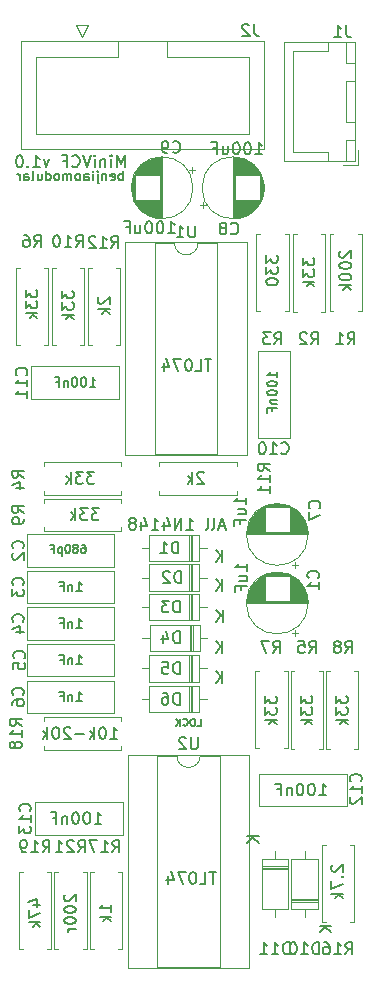
<source format=gbr>
%TF.GenerationSoftware,KiCad,Pcbnew,5.1.9+dfsg1-1~bpo10+1*%
%TF.CreationDate,2022-03-11T22:21:22+08:00*%
%TF.ProjectId,MiniVCF  v1.1 - Main,4d696e69-5643-4462-9020-76312e31202d,rev?*%
%TF.SameCoordinates,Original*%
%TF.FileFunction,Legend,Bot*%
%TF.FilePolarity,Positive*%
%FSLAX46Y46*%
G04 Gerber Fmt 4.6, Leading zero omitted, Abs format (unit mm)*
G04 Created by KiCad (PCBNEW 5.1.9+dfsg1-1~bpo10+1) date 2022-03-11 22:21:22*
%MOMM*%
%LPD*%
G01*
G04 APERTURE LIST*
%ADD10C,0.150000*%
%ADD11C,0.120000*%
G04 APERTURE END LIST*
D10*
X119727571Y-112539428D02*
X120013285Y-112539428D01*
X120013285Y-111939428D01*
X119413285Y-111939428D02*
X119299000Y-111939428D01*
X119241857Y-111968000D01*
X119184714Y-112025142D01*
X119156142Y-112139428D01*
X119156142Y-112339428D01*
X119184714Y-112453714D01*
X119241857Y-112510857D01*
X119299000Y-112539428D01*
X119413285Y-112539428D01*
X119470428Y-112510857D01*
X119527571Y-112453714D01*
X119556142Y-112339428D01*
X119556142Y-112139428D01*
X119527571Y-112025142D01*
X119470428Y-111968000D01*
X119413285Y-111939428D01*
X118556142Y-112482285D02*
X118584714Y-112510857D01*
X118670428Y-112539428D01*
X118727571Y-112539428D01*
X118813285Y-112510857D01*
X118870428Y-112453714D01*
X118899000Y-112396571D01*
X118927571Y-112282285D01*
X118927571Y-112196571D01*
X118899000Y-112082285D01*
X118870428Y-112025142D01*
X118813285Y-111968000D01*
X118727571Y-111939428D01*
X118670428Y-111939428D01*
X118584714Y-111968000D01*
X118556142Y-111996571D01*
X118299000Y-112539428D02*
X118299000Y-111939428D01*
X117956142Y-112539428D02*
X118213285Y-112196571D01*
X117956142Y-111939428D02*
X118299000Y-112282285D01*
X113571428Y-65252380D02*
X113571428Y-64252380D01*
X113238095Y-64966666D01*
X112904761Y-64252380D01*
X112904761Y-65252380D01*
X112428571Y-65252380D02*
X112428571Y-64585714D01*
X112428571Y-64252380D02*
X112476190Y-64300000D01*
X112428571Y-64347619D01*
X112380952Y-64300000D01*
X112428571Y-64252380D01*
X112428571Y-64347619D01*
X111952380Y-64585714D02*
X111952380Y-65252380D01*
X111952380Y-64680952D02*
X111904761Y-64633333D01*
X111809523Y-64585714D01*
X111666666Y-64585714D01*
X111571428Y-64633333D01*
X111523809Y-64728571D01*
X111523809Y-65252380D01*
X111047619Y-65252380D02*
X111047619Y-64585714D01*
X111047619Y-64252380D02*
X111095238Y-64300000D01*
X111047619Y-64347619D01*
X111000000Y-64300000D01*
X111047619Y-64252380D01*
X111047619Y-64347619D01*
X110714285Y-64252380D02*
X110380952Y-65252380D01*
X110047619Y-64252380D01*
X109142857Y-65157142D02*
X109190476Y-65204761D01*
X109333333Y-65252380D01*
X109428571Y-65252380D01*
X109571428Y-65204761D01*
X109666666Y-65109523D01*
X109714285Y-65014285D01*
X109761904Y-64823809D01*
X109761904Y-64680952D01*
X109714285Y-64490476D01*
X109666666Y-64395238D01*
X109571428Y-64300000D01*
X109428571Y-64252380D01*
X109333333Y-64252380D01*
X109190476Y-64300000D01*
X109142857Y-64347619D01*
X108380952Y-64728571D02*
X108714285Y-64728571D01*
X108714285Y-65252380D02*
X108714285Y-64252380D01*
X108238095Y-64252380D01*
X107190476Y-64585714D02*
X106952380Y-65252380D01*
X106714285Y-64585714D01*
X105809523Y-65252380D02*
X106380952Y-65252380D01*
X106095238Y-65252380D02*
X106095238Y-64252380D01*
X106190476Y-64395238D01*
X106285714Y-64490476D01*
X106380952Y-64538095D01*
X105380952Y-65157142D02*
X105333333Y-65204761D01*
X105380952Y-65252380D01*
X105428571Y-65204761D01*
X105380952Y-65157142D01*
X105380952Y-65252380D01*
X104714285Y-64252380D02*
X104619047Y-64252380D01*
X104523809Y-64300000D01*
X104476190Y-64347619D01*
X104428571Y-64442857D01*
X104380952Y-64633333D01*
X104380952Y-64871428D01*
X104428571Y-65061904D01*
X104476190Y-65157142D01*
X104523809Y-65204761D01*
X104619047Y-65252380D01*
X104714285Y-65252380D01*
X104809523Y-65204761D01*
X104857142Y-65157142D01*
X104904761Y-65061904D01*
X104952380Y-64871428D01*
X104952380Y-64633333D01*
X104904761Y-64442857D01*
X104857142Y-64347619D01*
X104809523Y-64300000D01*
X104714285Y-64252380D01*
X113419047Y-66361904D02*
X113419047Y-65561904D01*
X113419047Y-65866666D02*
X113342857Y-65828571D01*
X113190476Y-65828571D01*
X113114285Y-65866666D01*
X113076190Y-65904761D01*
X113038095Y-65980952D01*
X113038095Y-66209523D01*
X113076190Y-66285714D01*
X113114285Y-66323809D01*
X113190476Y-66361904D01*
X113342857Y-66361904D01*
X113419047Y-66323809D01*
X112390476Y-66323809D02*
X112466666Y-66361904D01*
X112619047Y-66361904D01*
X112695238Y-66323809D01*
X112733333Y-66247619D01*
X112733333Y-65942857D01*
X112695238Y-65866666D01*
X112619047Y-65828571D01*
X112466666Y-65828571D01*
X112390476Y-65866666D01*
X112352380Y-65942857D01*
X112352380Y-66019047D01*
X112733333Y-66095238D01*
X112009523Y-65828571D02*
X112009523Y-66361904D01*
X112009523Y-65904761D02*
X111971428Y-65866666D01*
X111895238Y-65828571D01*
X111780952Y-65828571D01*
X111704761Y-65866666D01*
X111666666Y-65942857D01*
X111666666Y-66361904D01*
X111285714Y-65828571D02*
X111285714Y-66514285D01*
X111323809Y-66590476D01*
X111400000Y-66628571D01*
X111438095Y-66628571D01*
X111285714Y-65561904D02*
X111323809Y-65600000D01*
X111285714Y-65638095D01*
X111247619Y-65600000D01*
X111285714Y-65561904D01*
X111285714Y-65638095D01*
X110904761Y-66361904D02*
X110904761Y-65828571D01*
X110904761Y-65561904D02*
X110942857Y-65600000D01*
X110904761Y-65638095D01*
X110866666Y-65600000D01*
X110904761Y-65561904D01*
X110904761Y-65638095D01*
X110180952Y-66361904D02*
X110180952Y-65942857D01*
X110219047Y-65866666D01*
X110295238Y-65828571D01*
X110447619Y-65828571D01*
X110523809Y-65866666D01*
X110180952Y-66323809D02*
X110257142Y-66361904D01*
X110447619Y-66361904D01*
X110523809Y-66323809D01*
X110561904Y-66247619D01*
X110561904Y-66171428D01*
X110523809Y-66095238D01*
X110447619Y-66057142D01*
X110257142Y-66057142D01*
X110180952Y-66019047D01*
X109685714Y-66361904D02*
X109761904Y-66323809D01*
X109800000Y-66285714D01*
X109838095Y-66209523D01*
X109838095Y-65980952D01*
X109800000Y-65904761D01*
X109761904Y-65866666D01*
X109685714Y-65828571D01*
X109571428Y-65828571D01*
X109495238Y-65866666D01*
X109457142Y-65904761D01*
X109419047Y-65980952D01*
X109419047Y-66209523D01*
X109457142Y-66285714D01*
X109495238Y-66323809D01*
X109571428Y-66361904D01*
X109685714Y-66361904D01*
X109076190Y-66361904D02*
X109076190Y-65828571D01*
X109076190Y-65904761D02*
X109038095Y-65866666D01*
X108961904Y-65828571D01*
X108847619Y-65828571D01*
X108771428Y-65866666D01*
X108733333Y-65942857D01*
X108733333Y-66361904D01*
X108733333Y-65942857D02*
X108695238Y-65866666D01*
X108619047Y-65828571D01*
X108504761Y-65828571D01*
X108428571Y-65866666D01*
X108390476Y-65942857D01*
X108390476Y-66361904D01*
X107895238Y-66361904D02*
X107971428Y-66323809D01*
X108009523Y-66285714D01*
X108047619Y-66209523D01*
X108047619Y-65980952D01*
X108009523Y-65904761D01*
X107971428Y-65866666D01*
X107895238Y-65828571D01*
X107780952Y-65828571D01*
X107704761Y-65866666D01*
X107666666Y-65904761D01*
X107628571Y-65980952D01*
X107628571Y-66209523D01*
X107666666Y-66285714D01*
X107704761Y-66323809D01*
X107780952Y-66361904D01*
X107895238Y-66361904D01*
X106942857Y-66361904D02*
X106942857Y-65561904D01*
X106942857Y-66323809D02*
X107019047Y-66361904D01*
X107171428Y-66361904D01*
X107247619Y-66323809D01*
X107285714Y-66285714D01*
X107323809Y-66209523D01*
X107323809Y-65980952D01*
X107285714Y-65904761D01*
X107247619Y-65866666D01*
X107171428Y-65828571D01*
X107019047Y-65828571D01*
X106942857Y-65866666D01*
X106219047Y-65828571D02*
X106219047Y-66361904D01*
X106561904Y-65828571D02*
X106561904Y-66247619D01*
X106523809Y-66323809D01*
X106447619Y-66361904D01*
X106333333Y-66361904D01*
X106257142Y-66323809D01*
X106219047Y-66285714D01*
X105723809Y-66361904D02*
X105800000Y-66323809D01*
X105838095Y-66247619D01*
X105838095Y-65561904D01*
X105076190Y-66361904D02*
X105076190Y-65942857D01*
X105114285Y-65866666D01*
X105190476Y-65828571D01*
X105342857Y-65828571D01*
X105419047Y-65866666D01*
X105076190Y-66323809D02*
X105152380Y-66361904D01*
X105342857Y-66361904D01*
X105419047Y-66323809D01*
X105457142Y-66247619D01*
X105457142Y-66171428D01*
X105419047Y-66095238D01*
X105342857Y-66057142D01*
X105152380Y-66057142D01*
X105076190Y-66019047D01*
X104695238Y-66361904D02*
X104695238Y-65828571D01*
X104695238Y-65980952D02*
X104657142Y-65904761D01*
X104619047Y-65866666D01*
X104542857Y-65828571D01*
X104466666Y-65828571D01*
X122047619Y-95666666D02*
X121571428Y-95666666D01*
X122142857Y-95952380D02*
X121809523Y-94952380D01*
X121476190Y-95952380D01*
X121000000Y-95952380D02*
X121095238Y-95904761D01*
X121142857Y-95809523D01*
X121142857Y-94952380D01*
X120476190Y-95952380D02*
X120571428Y-95904761D01*
X120619047Y-95809523D01*
X120619047Y-94952380D01*
X118809523Y-95952380D02*
X119380952Y-95952380D01*
X119095238Y-95952380D02*
X119095238Y-94952380D01*
X119190476Y-95095238D01*
X119285714Y-95190476D01*
X119380952Y-95238095D01*
X118380952Y-95952380D02*
X118380952Y-94952380D01*
X117809523Y-95952380D01*
X117809523Y-94952380D01*
X116904761Y-95285714D02*
X116904761Y-95952380D01*
X117142857Y-94904761D02*
X117380952Y-95619047D01*
X116761904Y-95619047D01*
X115857142Y-95952380D02*
X116428571Y-95952380D01*
X116142857Y-95952380D02*
X116142857Y-94952380D01*
X116238095Y-95095238D01*
X116333333Y-95190476D01*
X116428571Y-95238095D01*
X115000000Y-95285714D02*
X115000000Y-95952380D01*
X115238095Y-94904761D02*
X115476190Y-95619047D01*
X114857142Y-95619047D01*
X114333333Y-95380952D02*
X114428571Y-95333333D01*
X114476190Y-95285714D01*
X114523809Y-95190476D01*
X114523809Y-95142857D01*
X114476190Y-95047619D01*
X114428571Y-95000000D01*
X114333333Y-94952380D01*
X114142857Y-94952380D01*
X114047619Y-95000000D01*
X114000000Y-95047619D01*
X113952380Y-95142857D01*
X113952380Y-95190476D01*
X114000000Y-95285714D01*
X114047619Y-95333333D01*
X114142857Y-95380952D01*
X114333333Y-95380952D01*
X114428571Y-95428571D01*
X114476190Y-95476190D01*
X114523809Y-95571428D01*
X114523809Y-95761904D01*
X114476190Y-95857142D01*
X114428571Y-95904761D01*
X114333333Y-95952380D01*
X114142857Y-95952380D01*
X114047619Y-95904761D01*
X114000000Y-95857142D01*
X113952380Y-95761904D01*
X113952380Y-95571428D01*
X114000000Y-95476190D01*
X114047619Y-95428571D01*
X114142857Y-95380952D01*
D11*
%TO.C,D11*%
X125207000Y-124431500D02*
X127447000Y-124431500D01*
X125207000Y-124671500D02*
X127447000Y-124671500D01*
X125207000Y-124551500D02*
X127447000Y-124551500D01*
X126327000Y-128721500D02*
X126327000Y-128071500D01*
X126327000Y-123181500D02*
X126327000Y-123831500D01*
X125207000Y-128071500D02*
X125207000Y-123831500D01*
X127447000Y-128071500D02*
X125207000Y-128071500D01*
X127447000Y-123831500D02*
X127447000Y-128071500D01*
X125207000Y-123831500D02*
X127447000Y-123831500D01*
%TO.C,D10*%
X129947000Y-127451500D02*
X127707000Y-127451500D01*
X129947000Y-127211500D02*
X127707000Y-127211500D01*
X129947000Y-127331500D02*
X127707000Y-127331500D01*
X128827000Y-123161500D02*
X128827000Y-123811500D01*
X128827000Y-128701500D02*
X128827000Y-128051500D01*
X129947000Y-123811500D02*
X129947000Y-128051500D01*
X127707000Y-123811500D02*
X129947000Y-123811500D01*
X127707000Y-128051500D02*
X127707000Y-123811500D01*
X129947000Y-128051500D02*
X127707000Y-128051500D01*
%TO.C,R16*%
X132997000Y-129201500D02*
X132997000Y-122661500D01*
X132667000Y-129201500D02*
X132997000Y-129201500D01*
X130257000Y-129201500D02*
X130257000Y-122661500D01*
X130257000Y-122661500D02*
X130587000Y-122661500D01*
X130587000Y-129201500D02*
X130257000Y-129201500D01*
X132997000Y-122661500D02*
X132667000Y-122661500D01*
%TO.C,U2*%
X113850000Y-115010000D02*
X124130000Y-115010000D01*
X113850000Y-133030000D02*
X113850000Y-115010000D01*
X124130000Y-133030000D02*
X113850000Y-133030000D01*
X124130000Y-115010000D02*
X124130000Y-133030000D01*
X116340000Y-115070000D02*
X117990000Y-115070000D01*
X116340000Y-132970000D02*
X116340000Y-115070000D01*
X121640000Y-132970000D02*
X116340000Y-132970000D01*
X121640000Y-115070000D02*
X121640000Y-132970000D01*
X119990000Y-115070000D02*
X121640000Y-115070000D01*
X117990000Y-115070000D02*
G75*
G03*
X119990000Y-115070000I1000000J0D01*
G01*
%TO.C,C1*%
X125460000Y-100309000D02*
X124674000Y-100309000D01*
X128326000Y-100309000D02*
X127540000Y-100309000D01*
X125460000Y-100349000D02*
X124636000Y-100349000D01*
X128364000Y-100349000D02*
X127540000Y-100349000D01*
X125460000Y-100389000D02*
X124599000Y-100389000D01*
X128401000Y-100389000D02*
X127540000Y-100389000D01*
X127598000Y-99789000D02*
X125402000Y-99789000D01*
X125460000Y-100069000D02*
X124946000Y-100069000D01*
X128054000Y-100069000D02*
X127540000Y-100069000D01*
X127511000Y-99749000D02*
X125489000Y-99749000D01*
X127819000Y-99909000D02*
X127540000Y-99909000D01*
X127751000Y-99869000D02*
X127540000Y-99869000D01*
X127415000Y-99709000D02*
X125585000Y-99709000D01*
X125460000Y-100109000D02*
X124895000Y-100109000D01*
X128105000Y-100109000D02*
X127540000Y-100109000D01*
X125460000Y-100709000D02*
X124351000Y-100709000D01*
X128649000Y-100709000D02*
X127540000Y-100709000D01*
X125460000Y-100749000D02*
X124325000Y-100749000D01*
X128675000Y-100749000D02*
X127540000Y-100749000D01*
X125460000Y-100789000D02*
X124300000Y-100789000D01*
X128700000Y-100789000D02*
X127540000Y-100789000D01*
X125460000Y-100829000D02*
X124276000Y-100829000D01*
X125460000Y-100029000D02*
X125000000Y-100029000D01*
X128000000Y-100029000D02*
X127540000Y-100029000D01*
X129078000Y-102030000D02*
X123922000Y-102030000D01*
X129079000Y-102070000D02*
X123921000Y-102070000D01*
X129080000Y-102110000D02*
X123920000Y-102110000D01*
X129080000Y-102150000D02*
X123920000Y-102150000D01*
X129120000Y-102150000D02*
G75*
G03*
X129120000Y-102150000I-2620000J0D01*
G01*
X127678000Y-99829000D02*
X125322000Y-99829000D01*
X127975000Y-104954775D02*
X127975000Y-104454775D01*
X128225000Y-104704775D02*
X127725000Y-104704775D01*
X126784000Y-99549000D02*
X126216000Y-99549000D01*
X125460000Y-100229000D02*
X124757000Y-100229000D01*
X128243000Y-100229000D02*
X127540000Y-100229000D01*
X125460000Y-100269000D02*
X124715000Y-100269000D01*
X128285000Y-100269000D02*
X127540000Y-100269000D01*
X125460000Y-99869000D02*
X125249000Y-99869000D01*
X125460000Y-101269000D02*
X124072000Y-101269000D01*
X128928000Y-101269000D02*
X127540000Y-101269000D01*
X125460000Y-101309000D02*
X124058000Y-101309000D01*
X128942000Y-101309000D02*
X127540000Y-101309000D01*
X125460000Y-101349000D02*
X124045000Y-101349000D01*
X128955000Y-101349000D02*
X127540000Y-101349000D01*
X125460000Y-101389000D02*
X124032000Y-101389000D01*
X127018000Y-99589000D02*
X125982000Y-99589000D01*
X127177000Y-99629000D02*
X125823000Y-99629000D01*
X127305000Y-99669000D02*
X125695000Y-99669000D01*
X128865000Y-101109000D02*
X127540000Y-101109000D01*
X125460000Y-101149000D02*
X124118000Y-101149000D01*
X128882000Y-101149000D02*
X127540000Y-101149000D01*
X125460000Y-101189000D02*
X124102000Y-101189000D01*
X128898000Y-101189000D02*
X127540000Y-101189000D01*
X125460000Y-101229000D02*
X124086000Y-101229000D01*
X128914000Y-101229000D02*
X127540000Y-101229000D01*
X127883000Y-99949000D02*
X127540000Y-99949000D01*
X125460000Y-101550000D02*
X123989000Y-101550000D01*
X129011000Y-101550000D02*
X127540000Y-101550000D01*
X125460000Y-101590000D02*
X123980000Y-101590000D01*
X129020000Y-101590000D02*
X127540000Y-101590000D01*
X125460000Y-101630000D02*
X123972000Y-101630000D01*
X129028000Y-101630000D02*
X127540000Y-101630000D01*
X125460000Y-101670000D02*
X123964000Y-101670000D01*
X128535000Y-100549000D02*
X127540000Y-100549000D01*
X125460000Y-100589000D02*
X124435000Y-100589000D01*
X128565000Y-100589000D02*
X127540000Y-100589000D01*
X125460000Y-100629000D02*
X124405000Y-100629000D01*
X128595000Y-100629000D02*
X127540000Y-100629000D01*
X125460000Y-100669000D02*
X124378000Y-100669000D01*
X128622000Y-100669000D02*
X127540000Y-100669000D01*
X125460000Y-100429000D02*
X124563000Y-100429000D01*
X128437000Y-100429000D02*
X127540000Y-100429000D01*
X125460000Y-100469000D02*
X124529000Y-100469000D01*
X128471000Y-100469000D02*
X127540000Y-100469000D01*
X125460000Y-100509000D02*
X124496000Y-100509000D01*
X128504000Y-100509000D02*
X127540000Y-100509000D01*
X125460000Y-100549000D02*
X124465000Y-100549000D01*
X128968000Y-101389000D02*
X127540000Y-101389000D01*
X125460000Y-101429000D02*
X124020000Y-101429000D01*
X128980000Y-101429000D02*
X127540000Y-101429000D01*
X125460000Y-101470000D02*
X124009000Y-101470000D01*
X128991000Y-101470000D02*
X127540000Y-101470000D01*
X125460000Y-101510000D02*
X123999000Y-101510000D01*
X129001000Y-101510000D02*
X127540000Y-101510000D01*
X129036000Y-101670000D02*
X127540000Y-101670000D01*
X125460000Y-101710000D02*
X123957000Y-101710000D01*
X129043000Y-101710000D02*
X127540000Y-101710000D01*
X125460000Y-101750000D02*
X123950000Y-101750000D01*
X129050000Y-101750000D02*
X127540000Y-101750000D01*
X125460000Y-101790000D02*
X123944000Y-101790000D01*
X129056000Y-101790000D02*
X127540000Y-101790000D01*
X125460000Y-101830000D02*
X123939000Y-101830000D01*
X129061000Y-101830000D02*
X127540000Y-101830000D01*
X125460000Y-101870000D02*
X123935000Y-101870000D01*
X129065000Y-101870000D02*
X127540000Y-101870000D01*
X125460000Y-101910000D02*
X123931000Y-101910000D01*
X129069000Y-101910000D02*
X127540000Y-101910000D01*
X129073000Y-101950000D02*
X123927000Y-101950000D01*
X129076000Y-101990000D02*
X123924000Y-101990000D01*
X128724000Y-100829000D02*
X127540000Y-100829000D01*
X125460000Y-100869000D02*
X124253000Y-100869000D01*
X128747000Y-100869000D02*
X127540000Y-100869000D01*
X125460000Y-100909000D02*
X124232000Y-100909000D01*
X128768000Y-100909000D02*
X127540000Y-100909000D01*
X125460000Y-100949000D02*
X124210000Y-100949000D01*
X128790000Y-100949000D02*
X127540000Y-100949000D01*
X125460000Y-100149000D02*
X124847000Y-100149000D01*
X128153000Y-100149000D02*
X127540000Y-100149000D01*
X125460000Y-100189000D02*
X124801000Y-100189000D01*
X128199000Y-100189000D02*
X127540000Y-100189000D01*
X125460000Y-100989000D02*
X124190000Y-100989000D01*
X128810000Y-100989000D02*
X127540000Y-100989000D01*
X125460000Y-101029000D02*
X124171000Y-101029000D01*
X128829000Y-101029000D02*
X127540000Y-101029000D01*
X125460000Y-101069000D02*
X124152000Y-101069000D01*
X128848000Y-101069000D02*
X127540000Y-101069000D01*
X125460000Y-101109000D02*
X124135000Y-101109000D01*
X127943000Y-99989000D02*
X127540000Y-99989000D01*
X125460000Y-99909000D02*
X125181000Y-99909000D01*
X125460000Y-99949000D02*
X125117000Y-99949000D01*
X125460000Y-99989000D02*
X125057000Y-99989000D01*
%TO.C,C7*%
X125460000Y-94189000D02*
X125057000Y-94189000D01*
X125460000Y-94149000D02*
X125117000Y-94149000D01*
X125460000Y-94109000D02*
X125181000Y-94109000D01*
X127943000Y-94189000D02*
X127540000Y-94189000D01*
X125460000Y-95309000D02*
X124135000Y-95309000D01*
X128848000Y-95269000D02*
X127540000Y-95269000D01*
X125460000Y-95269000D02*
X124152000Y-95269000D01*
X128829000Y-95229000D02*
X127540000Y-95229000D01*
X125460000Y-95229000D02*
X124171000Y-95229000D01*
X128810000Y-95189000D02*
X127540000Y-95189000D01*
X125460000Y-95189000D02*
X124190000Y-95189000D01*
X128199000Y-94389000D02*
X127540000Y-94389000D01*
X125460000Y-94389000D02*
X124801000Y-94389000D01*
X128153000Y-94349000D02*
X127540000Y-94349000D01*
X125460000Y-94349000D02*
X124847000Y-94349000D01*
X128790000Y-95149000D02*
X127540000Y-95149000D01*
X125460000Y-95149000D02*
X124210000Y-95149000D01*
X128768000Y-95109000D02*
X127540000Y-95109000D01*
X125460000Y-95109000D02*
X124232000Y-95109000D01*
X128747000Y-95069000D02*
X127540000Y-95069000D01*
X125460000Y-95069000D02*
X124253000Y-95069000D01*
X128724000Y-95029000D02*
X127540000Y-95029000D01*
X129076000Y-96190000D02*
X123924000Y-96190000D01*
X129073000Y-96150000D02*
X123927000Y-96150000D01*
X129069000Y-96110000D02*
X127540000Y-96110000D01*
X125460000Y-96110000D02*
X123931000Y-96110000D01*
X129065000Y-96070000D02*
X127540000Y-96070000D01*
X125460000Y-96070000D02*
X123935000Y-96070000D01*
X129061000Y-96030000D02*
X127540000Y-96030000D01*
X125460000Y-96030000D02*
X123939000Y-96030000D01*
X129056000Y-95990000D02*
X127540000Y-95990000D01*
X125460000Y-95990000D02*
X123944000Y-95990000D01*
X129050000Y-95950000D02*
X127540000Y-95950000D01*
X125460000Y-95950000D02*
X123950000Y-95950000D01*
X129043000Y-95910000D02*
X127540000Y-95910000D01*
X125460000Y-95910000D02*
X123957000Y-95910000D01*
X129036000Y-95870000D02*
X127540000Y-95870000D01*
X129001000Y-95710000D02*
X127540000Y-95710000D01*
X125460000Y-95710000D02*
X123999000Y-95710000D01*
X128991000Y-95670000D02*
X127540000Y-95670000D01*
X125460000Y-95670000D02*
X124009000Y-95670000D01*
X128980000Y-95629000D02*
X127540000Y-95629000D01*
X125460000Y-95629000D02*
X124020000Y-95629000D01*
X128968000Y-95589000D02*
X127540000Y-95589000D01*
X125460000Y-94749000D02*
X124465000Y-94749000D01*
X128504000Y-94709000D02*
X127540000Y-94709000D01*
X125460000Y-94709000D02*
X124496000Y-94709000D01*
X128471000Y-94669000D02*
X127540000Y-94669000D01*
X125460000Y-94669000D02*
X124529000Y-94669000D01*
X128437000Y-94629000D02*
X127540000Y-94629000D01*
X125460000Y-94629000D02*
X124563000Y-94629000D01*
X128622000Y-94869000D02*
X127540000Y-94869000D01*
X125460000Y-94869000D02*
X124378000Y-94869000D01*
X128595000Y-94829000D02*
X127540000Y-94829000D01*
X125460000Y-94829000D02*
X124405000Y-94829000D01*
X128565000Y-94789000D02*
X127540000Y-94789000D01*
X125460000Y-94789000D02*
X124435000Y-94789000D01*
X128535000Y-94749000D02*
X127540000Y-94749000D01*
X125460000Y-95870000D02*
X123964000Y-95870000D01*
X129028000Y-95830000D02*
X127540000Y-95830000D01*
X125460000Y-95830000D02*
X123972000Y-95830000D01*
X129020000Y-95790000D02*
X127540000Y-95790000D01*
X125460000Y-95790000D02*
X123980000Y-95790000D01*
X129011000Y-95750000D02*
X127540000Y-95750000D01*
X125460000Y-95750000D02*
X123989000Y-95750000D01*
X127883000Y-94149000D02*
X127540000Y-94149000D01*
X128914000Y-95429000D02*
X127540000Y-95429000D01*
X125460000Y-95429000D02*
X124086000Y-95429000D01*
X128898000Y-95389000D02*
X127540000Y-95389000D01*
X125460000Y-95389000D02*
X124102000Y-95389000D01*
X128882000Y-95349000D02*
X127540000Y-95349000D01*
X125460000Y-95349000D02*
X124118000Y-95349000D01*
X128865000Y-95309000D02*
X127540000Y-95309000D01*
X127305000Y-93869000D02*
X125695000Y-93869000D01*
X127177000Y-93829000D02*
X125823000Y-93829000D01*
X127018000Y-93789000D02*
X125982000Y-93789000D01*
X125460000Y-95589000D02*
X124032000Y-95589000D01*
X128955000Y-95549000D02*
X127540000Y-95549000D01*
X125460000Y-95549000D02*
X124045000Y-95549000D01*
X128942000Y-95509000D02*
X127540000Y-95509000D01*
X125460000Y-95509000D02*
X124058000Y-95509000D01*
X128928000Y-95469000D02*
X127540000Y-95469000D01*
X125460000Y-95469000D02*
X124072000Y-95469000D01*
X125460000Y-94069000D02*
X125249000Y-94069000D01*
X128285000Y-94469000D02*
X127540000Y-94469000D01*
X125460000Y-94469000D02*
X124715000Y-94469000D01*
X128243000Y-94429000D02*
X127540000Y-94429000D01*
X125460000Y-94429000D02*
X124757000Y-94429000D01*
X126784000Y-93749000D02*
X126216000Y-93749000D01*
X128225000Y-98904775D02*
X127725000Y-98904775D01*
X127975000Y-99154775D02*
X127975000Y-98654775D01*
X127678000Y-94029000D02*
X125322000Y-94029000D01*
X129120000Y-96350000D02*
G75*
G03*
X129120000Y-96350000I-2620000J0D01*
G01*
X129080000Y-96350000D02*
X123920000Y-96350000D01*
X129080000Y-96310000D02*
X123920000Y-96310000D01*
X129079000Y-96270000D02*
X123921000Y-96270000D01*
X129078000Y-96230000D02*
X123922000Y-96230000D01*
X128000000Y-94229000D02*
X127540000Y-94229000D01*
X125460000Y-94229000D02*
X125000000Y-94229000D01*
X125460000Y-95029000D02*
X124276000Y-95029000D01*
X128700000Y-94989000D02*
X127540000Y-94989000D01*
X125460000Y-94989000D02*
X124300000Y-94989000D01*
X128675000Y-94949000D02*
X127540000Y-94949000D01*
X125460000Y-94949000D02*
X124325000Y-94949000D01*
X128649000Y-94909000D02*
X127540000Y-94909000D01*
X125460000Y-94909000D02*
X124351000Y-94909000D01*
X128105000Y-94309000D02*
X127540000Y-94309000D01*
X125460000Y-94309000D02*
X124895000Y-94309000D01*
X127415000Y-93909000D02*
X125585000Y-93909000D01*
X127751000Y-94069000D02*
X127540000Y-94069000D01*
X127819000Y-94109000D02*
X127540000Y-94109000D01*
X127511000Y-93949000D02*
X125489000Y-93949000D01*
X128054000Y-94269000D02*
X127540000Y-94269000D01*
X125460000Y-94269000D02*
X124946000Y-94269000D01*
X127598000Y-93989000D02*
X125402000Y-93989000D01*
X128401000Y-94589000D02*
X127540000Y-94589000D01*
X125460000Y-94589000D02*
X124599000Y-94589000D01*
X128364000Y-94549000D02*
X127540000Y-94549000D01*
X125460000Y-94549000D02*
X124636000Y-94549000D01*
X128326000Y-94509000D02*
X127540000Y-94509000D01*
X125460000Y-94509000D02*
X124674000Y-94509000D01*
%TO.C,C10*%
X124830000Y-88220000D02*
X127570000Y-88220000D01*
X124830000Y-80780000D02*
X127570000Y-80780000D01*
X127570000Y-80780000D02*
X127570000Y-88220000D01*
X124830000Y-80780000D02*
X124830000Y-88220000D01*
%TO.C,C11*%
X105680000Y-84870000D02*
X113120000Y-84870000D01*
X105680000Y-82130000D02*
X113120000Y-82130000D01*
X105680000Y-84870000D02*
X105680000Y-82130000D01*
X113120000Y-84870000D02*
X113120000Y-82130000D01*
%TO.C,R1*%
X133670000Y-70920000D02*
X133340000Y-70920000D01*
X131260000Y-77460000D02*
X130930000Y-77460000D01*
X130930000Y-70920000D02*
X131260000Y-70920000D01*
X130930000Y-77460000D02*
X130930000Y-70920000D01*
X133340000Y-77460000D02*
X133670000Y-77460000D01*
X133670000Y-77460000D02*
X133670000Y-70920000D01*
%TO.C,R2*%
X127830000Y-70940000D02*
X127830000Y-77480000D01*
X128160000Y-70940000D02*
X127830000Y-70940000D01*
X130570000Y-70940000D02*
X130570000Y-77480000D01*
X130570000Y-77480000D02*
X130240000Y-77480000D01*
X130240000Y-70940000D02*
X130570000Y-70940000D01*
X127830000Y-77480000D02*
X128160000Y-77480000D01*
%TO.C,R3*%
X127470000Y-77460000D02*
X127470000Y-70920000D01*
X127140000Y-77460000D02*
X127470000Y-77460000D01*
X124730000Y-77460000D02*
X124730000Y-70920000D01*
X124730000Y-70920000D02*
X125060000Y-70920000D01*
X125060000Y-77460000D02*
X124730000Y-77460000D01*
X127470000Y-70920000D02*
X127140000Y-70920000D01*
%TO.C,R6*%
X107120000Y-80310000D02*
X107120000Y-73770000D01*
X106790000Y-80310000D02*
X107120000Y-80310000D01*
X104380000Y-80310000D02*
X104380000Y-73770000D01*
X104380000Y-73770000D02*
X104710000Y-73770000D01*
X104710000Y-80310000D02*
X104380000Y-80310000D01*
X107120000Y-73770000D02*
X106790000Y-73770000D01*
%TO.C,R10*%
X107430000Y-73790000D02*
X107430000Y-80330000D01*
X107760000Y-73790000D02*
X107430000Y-73790000D01*
X110170000Y-73790000D02*
X110170000Y-80330000D01*
X110170000Y-80330000D02*
X109840000Y-80330000D01*
X109840000Y-73790000D02*
X110170000Y-73790000D01*
X107430000Y-80330000D02*
X107760000Y-80330000D01*
%TO.C,R12*%
X110480000Y-80330000D02*
X110810000Y-80330000D01*
X112890000Y-73790000D02*
X113220000Y-73790000D01*
X113220000Y-80330000D02*
X112890000Y-80330000D01*
X113220000Y-73790000D02*
X113220000Y-80330000D01*
X110810000Y-73790000D02*
X110480000Y-73790000D01*
X110480000Y-73790000D02*
X110480000Y-80330000D01*
%TO.C,U1*%
X119790000Y-71670000D02*
X121440000Y-71670000D01*
X121440000Y-71670000D02*
X121440000Y-89570000D01*
X121440000Y-89570000D02*
X116140000Y-89570000D01*
X116140000Y-89570000D02*
X116140000Y-71670000D01*
X116140000Y-71670000D02*
X117790000Y-71670000D01*
X123930000Y-71610000D02*
X123930000Y-89630000D01*
X123930000Y-89630000D02*
X113650000Y-89630000D01*
X113650000Y-89630000D02*
X113650000Y-71610000D01*
X113650000Y-71610000D02*
X123930000Y-71610000D01*
X117790000Y-71670000D02*
G75*
G03*
X119790000Y-71670000I1000000J0D01*
G01*
%TO.C,C8*%
X125370000Y-67000000D02*
G75*
G03*
X125370000Y-67000000I-2620000J0D01*
G01*
X122750000Y-69580000D02*
X122750000Y-64420000D01*
X122790000Y-69580000D02*
X122790000Y-64420000D01*
X122830000Y-69579000D02*
X122830000Y-64421000D01*
X122870000Y-69578000D02*
X122870000Y-64422000D01*
X122910000Y-69576000D02*
X122910000Y-64424000D01*
X122950000Y-69573000D02*
X122950000Y-64427000D01*
X122990000Y-69569000D02*
X122990000Y-68040000D01*
X122990000Y-65960000D02*
X122990000Y-64431000D01*
X123030000Y-69565000D02*
X123030000Y-68040000D01*
X123030000Y-65960000D02*
X123030000Y-64435000D01*
X123070000Y-69561000D02*
X123070000Y-68040000D01*
X123070000Y-65960000D02*
X123070000Y-64439000D01*
X123110000Y-69556000D02*
X123110000Y-68040000D01*
X123110000Y-65960000D02*
X123110000Y-64444000D01*
X123150000Y-69550000D02*
X123150000Y-68040000D01*
X123150000Y-65960000D02*
X123150000Y-64450000D01*
X123190000Y-69543000D02*
X123190000Y-68040000D01*
X123190000Y-65960000D02*
X123190000Y-64457000D01*
X123230000Y-69536000D02*
X123230000Y-68040000D01*
X123230000Y-65960000D02*
X123230000Y-64464000D01*
X123270000Y-69528000D02*
X123270000Y-68040000D01*
X123270000Y-65960000D02*
X123270000Y-64472000D01*
X123310000Y-69520000D02*
X123310000Y-68040000D01*
X123310000Y-65960000D02*
X123310000Y-64480000D01*
X123350000Y-69511000D02*
X123350000Y-68040000D01*
X123350000Y-65960000D02*
X123350000Y-64489000D01*
X123390000Y-69501000D02*
X123390000Y-68040000D01*
X123390000Y-65960000D02*
X123390000Y-64499000D01*
X123430000Y-69491000D02*
X123430000Y-68040000D01*
X123430000Y-65960000D02*
X123430000Y-64509000D01*
X123471000Y-69480000D02*
X123471000Y-68040000D01*
X123471000Y-65960000D02*
X123471000Y-64520000D01*
X123511000Y-69468000D02*
X123511000Y-68040000D01*
X123511000Y-65960000D02*
X123511000Y-64532000D01*
X123551000Y-69455000D02*
X123551000Y-68040000D01*
X123551000Y-65960000D02*
X123551000Y-64545000D01*
X123591000Y-69442000D02*
X123591000Y-68040000D01*
X123591000Y-65960000D02*
X123591000Y-64558000D01*
X123631000Y-69428000D02*
X123631000Y-68040000D01*
X123631000Y-65960000D02*
X123631000Y-64572000D01*
X123671000Y-69414000D02*
X123671000Y-68040000D01*
X123671000Y-65960000D02*
X123671000Y-64586000D01*
X123711000Y-69398000D02*
X123711000Y-68040000D01*
X123711000Y-65960000D02*
X123711000Y-64602000D01*
X123751000Y-69382000D02*
X123751000Y-68040000D01*
X123751000Y-65960000D02*
X123751000Y-64618000D01*
X123791000Y-69365000D02*
X123791000Y-68040000D01*
X123791000Y-65960000D02*
X123791000Y-64635000D01*
X123831000Y-69348000D02*
X123831000Y-68040000D01*
X123831000Y-65960000D02*
X123831000Y-64652000D01*
X123871000Y-69329000D02*
X123871000Y-68040000D01*
X123871000Y-65960000D02*
X123871000Y-64671000D01*
X123911000Y-69310000D02*
X123911000Y-68040000D01*
X123911000Y-65960000D02*
X123911000Y-64690000D01*
X123951000Y-69290000D02*
X123951000Y-68040000D01*
X123951000Y-65960000D02*
X123951000Y-64710000D01*
X123991000Y-69268000D02*
X123991000Y-68040000D01*
X123991000Y-65960000D02*
X123991000Y-64732000D01*
X124031000Y-69247000D02*
X124031000Y-68040000D01*
X124031000Y-65960000D02*
X124031000Y-64753000D01*
X124071000Y-69224000D02*
X124071000Y-68040000D01*
X124071000Y-65960000D02*
X124071000Y-64776000D01*
X124111000Y-69200000D02*
X124111000Y-68040000D01*
X124111000Y-65960000D02*
X124111000Y-64800000D01*
X124151000Y-69175000D02*
X124151000Y-68040000D01*
X124151000Y-65960000D02*
X124151000Y-64825000D01*
X124191000Y-69149000D02*
X124191000Y-68040000D01*
X124191000Y-65960000D02*
X124191000Y-64851000D01*
X124231000Y-69122000D02*
X124231000Y-68040000D01*
X124231000Y-65960000D02*
X124231000Y-64878000D01*
X124271000Y-69095000D02*
X124271000Y-68040000D01*
X124271000Y-65960000D02*
X124271000Y-64905000D01*
X124311000Y-69065000D02*
X124311000Y-68040000D01*
X124311000Y-65960000D02*
X124311000Y-64935000D01*
X124351000Y-69035000D02*
X124351000Y-68040000D01*
X124351000Y-65960000D02*
X124351000Y-64965000D01*
X124391000Y-69004000D02*
X124391000Y-68040000D01*
X124391000Y-65960000D02*
X124391000Y-64996000D01*
X124431000Y-68971000D02*
X124431000Y-68040000D01*
X124431000Y-65960000D02*
X124431000Y-65029000D01*
X124471000Y-68937000D02*
X124471000Y-68040000D01*
X124471000Y-65960000D02*
X124471000Y-65063000D01*
X124511000Y-68901000D02*
X124511000Y-68040000D01*
X124511000Y-65960000D02*
X124511000Y-65099000D01*
X124551000Y-68864000D02*
X124551000Y-68040000D01*
X124551000Y-65960000D02*
X124551000Y-65136000D01*
X124591000Y-68826000D02*
X124591000Y-68040000D01*
X124591000Y-65960000D02*
X124591000Y-65174000D01*
X124631000Y-68785000D02*
X124631000Y-68040000D01*
X124631000Y-65960000D02*
X124631000Y-65215000D01*
X124671000Y-68743000D02*
X124671000Y-68040000D01*
X124671000Y-65960000D02*
X124671000Y-65257000D01*
X124711000Y-68699000D02*
X124711000Y-68040000D01*
X124711000Y-65960000D02*
X124711000Y-65301000D01*
X124751000Y-68653000D02*
X124751000Y-68040000D01*
X124751000Y-65960000D02*
X124751000Y-65347000D01*
X124791000Y-68605000D02*
X124791000Y-68040000D01*
X124791000Y-65960000D02*
X124791000Y-65395000D01*
X124831000Y-68554000D02*
X124831000Y-68040000D01*
X124831000Y-65960000D02*
X124831000Y-65446000D01*
X124871000Y-68500000D02*
X124871000Y-68040000D01*
X124871000Y-65960000D02*
X124871000Y-65500000D01*
X124911000Y-68443000D02*
X124911000Y-68040000D01*
X124911000Y-65960000D02*
X124911000Y-65557000D01*
X124951000Y-68383000D02*
X124951000Y-68040000D01*
X124951000Y-65960000D02*
X124951000Y-65617000D01*
X124991000Y-68319000D02*
X124991000Y-68040000D01*
X124991000Y-65960000D02*
X124991000Y-65681000D01*
X125031000Y-68251000D02*
X125031000Y-68040000D01*
X125031000Y-65960000D02*
X125031000Y-65749000D01*
X125071000Y-68178000D02*
X125071000Y-65822000D01*
X125111000Y-68098000D02*
X125111000Y-65902000D01*
X125151000Y-68011000D02*
X125151000Y-65989000D01*
X125191000Y-67915000D02*
X125191000Y-66085000D01*
X125231000Y-67805000D02*
X125231000Y-66195000D01*
X125271000Y-67677000D02*
X125271000Y-66323000D01*
X125311000Y-67518000D02*
X125311000Y-66482000D01*
X125351000Y-67284000D02*
X125351000Y-66716000D01*
X119945225Y-68475000D02*
X120445225Y-68475000D01*
X120195225Y-68725000D02*
X120195225Y-68225000D01*
%TO.C,C9*%
X119304775Y-65275000D02*
X119304775Y-65775000D01*
X119554775Y-65525000D02*
X119054775Y-65525000D01*
X114149000Y-66716000D02*
X114149000Y-67284000D01*
X114189000Y-66482000D02*
X114189000Y-67518000D01*
X114229000Y-66323000D02*
X114229000Y-67677000D01*
X114269000Y-66195000D02*
X114269000Y-67805000D01*
X114309000Y-66085000D02*
X114309000Y-67915000D01*
X114349000Y-65989000D02*
X114349000Y-68011000D01*
X114389000Y-65902000D02*
X114389000Y-68098000D01*
X114429000Y-65822000D02*
X114429000Y-68178000D01*
X114469000Y-68040000D02*
X114469000Y-68251000D01*
X114469000Y-65749000D02*
X114469000Y-65960000D01*
X114509000Y-68040000D02*
X114509000Y-68319000D01*
X114509000Y-65681000D02*
X114509000Y-65960000D01*
X114549000Y-68040000D02*
X114549000Y-68383000D01*
X114549000Y-65617000D02*
X114549000Y-65960000D01*
X114589000Y-68040000D02*
X114589000Y-68443000D01*
X114589000Y-65557000D02*
X114589000Y-65960000D01*
X114629000Y-68040000D02*
X114629000Y-68500000D01*
X114629000Y-65500000D02*
X114629000Y-65960000D01*
X114669000Y-68040000D02*
X114669000Y-68554000D01*
X114669000Y-65446000D02*
X114669000Y-65960000D01*
X114709000Y-68040000D02*
X114709000Y-68605000D01*
X114709000Y-65395000D02*
X114709000Y-65960000D01*
X114749000Y-68040000D02*
X114749000Y-68653000D01*
X114749000Y-65347000D02*
X114749000Y-65960000D01*
X114789000Y-68040000D02*
X114789000Y-68699000D01*
X114789000Y-65301000D02*
X114789000Y-65960000D01*
X114829000Y-68040000D02*
X114829000Y-68743000D01*
X114829000Y-65257000D02*
X114829000Y-65960000D01*
X114869000Y-68040000D02*
X114869000Y-68785000D01*
X114869000Y-65215000D02*
X114869000Y-65960000D01*
X114909000Y-68040000D02*
X114909000Y-68826000D01*
X114909000Y-65174000D02*
X114909000Y-65960000D01*
X114949000Y-68040000D02*
X114949000Y-68864000D01*
X114949000Y-65136000D02*
X114949000Y-65960000D01*
X114989000Y-68040000D02*
X114989000Y-68901000D01*
X114989000Y-65099000D02*
X114989000Y-65960000D01*
X115029000Y-68040000D02*
X115029000Y-68937000D01*
X115029000Y-65063000D02*
X115029000Y-65960000D01*
X115069000Y-68040000D02*
X115069000Y-68971000D01*
X115069000Y-65029000D02*
X115069000Y-65960000D01*
X115109000Y-68040000D02*
X115109000Y-69004000D01*
X115109000Y-64996000D02*
X115109000Y-65960000D01*
X115149000Y-68040000D02*
X115149000Y-69035000D01*
X115149000Y-64965000D02*
X115149000Y-65960000D01*
X115189000Y-68040000D02*
X115189000Y-69065000D01*
X115189000Y-64935000D02*
X115189000Y-65960000D01*
X115229000Y-68040000D02*
X115229000Y-69095000D01*
X115229000Y-64905000D02*
X115229000Y-65960000D01*
X115269000Y-68040000D02*
X115269000Y-69122000D01*
X115269000Y-64878000D02*
X115269000Y-65960000D01*
X115309000Y-68040000D02*
X115309000Y-69149000D01*
X115309000Y-64851000D02*
X115309000Y-65960000D01*
X115349000Y-68040000D02*
X115349000Y-69175000D01*
X115349000Y-64825000D02*
X115349000Y-65960000D01*
X115389000Y-68040000D02*
X115389000Y-69200000D01*
X115389000Y-64800000D02*
X115389000Y-65960000D01*
X115429000Y-68040000D02*
X115429000Y-69224000D01*
X115429000Y-64776000D02*
X115429000Y-65960000D01*
X115469000Y-68040000D02*
X115469000Y-69247000D01*
X115469000Y-64753000D02*
X115469000Y-65960000D01*
X115509000Y-68040000D02*
X115509000Y-69268000D01*
X115509000Y-64732000D02*
X115509000Y-65960000D01*
X115549000Y-68040000D02*
X115549000Y-69290000D01*
X115549000Y-64710000D02*
X115549000Y-65960000D01*
X115589000Y-68040000D02*
X115589000Y-69310000D01*
X115589000Y-64690000D02*
X115589000Y-65960000D01*
X115629000Y-68040000D02*
X115629000Y-69329000D01*
X115629000Y-64671000D02*
X115629000Y-65960000D01*
X115669000Y-68040000D02*
X115669000Y-69348000D01*
X115669000Y-64652000D02*
X115669000Y-65960000D01*
X115709000Y-68040000D02*
X115709000Y-69365000D01*
X115709000Y-64635000D02*
X115709000Y-65960000D01*
X115749000Y-68040000D02*
X115749000Y-69382000D01*
X115749000Y-64618000D02*
X115749000Y-65960000D01*
X115789000Y-68040000D02*
X115789000Y-69398000D01*
X115789000Y-64602000D02*
X115789000Y-65960000D01*
X115829000Y-68040000D02*
X115829000Y-69414000D01*
X115829000Y-64586000D02*
X115829000Y-65960000D01*
X115869000Y-68040000D02*
X115869000Y-69428000D01*
X115869000Y-64572000D02*
X115869000Y-65960000D01*
X115909000Y-68040000D02*
X115909000Y-69442000D01*
X115909000Y-64558000D02*
X115909000Y-65960000D01*
X115949000Y-68040000D02*
X115949000Y-69455000D01*
X115949000Y-64545000D02*
X115949000Y-65960000D01*
X115989000Y-68040000D02*
X115989000Y-69468000D01*
X115989000Y-64532000D02*
X115989000Y-65960000D01*
X116029000Y-68040000D02*
X116029000Y-69480000D01*
X116029000Y-64520000D02*
X116029000Y-65960000D01*
X116070000Y-68040000D02*
X116070000Y-69491000D01*
X116070000Y-64509000D02*
X116070000Y-65960000D01*
X116110000Y-68040000D02*
X116110000Y-69501000D01*
X116110000Y-64499000D02*
X116110000Y-65960000D01*
X116150000Y-68040000D02*
X116150000Y-69511000D01*
X116150000Y-64489000D02*
X116150000Y-65960000D01*
X116190000Y-68040000D02*
X116190000Y-69520000D01*
X116190000Y-64480000D02*
X116190000Y-65960000D01*
X116230000Y-68040000D02*
X116230000Y-69528000D01*
X116230000Y-64472000D02*
X116230000Y-65960000D01*
X116270000Y-68040000D02*
X116270000Y-69536000D01*
X116270000Y-64464000D02*
X116270000Y-65960000D01*
X116310000Y-68040000D02*
X116310000Y-69543000D01*
X116310000Y-64457000D02*
X116310000Y-65960000D01*
X116350000Y-68040000D02*
X116350000Y-69550000D01*
X116350000Y-64450000D02*
X116350000Y-65960000D01*
X116390000Y-68040000D02*
X116390000Y-69556000D01*
X116390000Y-64444000D02*
X116390000Y-65960000D01*
X116430000Y-68040000D02*
X116430000Y-69561000D01*
X116430000Y-64439000D02*
X116430000Y-65960000D01*
X116470000Y-68040000D02*
X116470000Y-69565000D01*
X116470000Y-64435000D02*
X116470000Y-65960000D01*
X116510000Y-68040000D02*
X116510000Y-69569000D01*
X116510000Y-64431000D02*
X116510000Y-65960000D01*
X116550000Y-64427000D02*
X116550000Y-69573000D01*
X116590000Y-64424000D02*
X116590000Y-69576000D01*
X116630000Y-64422000D02*
X116630000Y-69578000D01*
X116670000Y-64421000D02*
X116670000Y-69579000D01*
X116710000Y-64420000D02*
X116710000Y-69580000D01*
X116750000Y-64420000D02*
X116750000Y-69580000D01*
X119370000Y-67000000D02*
G75*
G03*
X119370000Y-67000000I-2620000J0D01*
G01*
%TO.C,J1*%
X133350000Y-65050000D02*
X132100000Y-65050000D01*
X133350000Y-63800000D02*
X133350000Y-65050000D01*
X127850000Y-55400000D02*
X127850000Y-59700000D01*
X130800000Y-55400000D02*
X127850000Y-55400000D01*
X130800000Y-54650000D02*
X130800000Y-55400000D01*
X127850000Y-64000000D02*
X127850000Y-59700000D01*
X130800000Y-64000000D02*
X127850000Y-64000000D01*
X130800000Y-64750000D02*
X130800000Y-64000000D01*
X133050000Y-54650000D02*
X133050000Y-56450000D01*
X132300000Y-54650000D02*
X133050000Y-54650000D01*
X132300000Y-56450000D02*
X132300000Y-54650000D01*
X133050000Y-56450000D02*
X132300000Y-56450000D01*
X133050000Y-62950000D02*
X133050000Y-64750000D01*
X132300000Y-62950000D02*
X133050000Y-62950000D01*
X132300000Y-64750000D02*
X132300000Y-62950000D01*
X133050000Y-64750000D02*
X132300000Y-64750000D01*
X133050000Y-57950000D02*
X133050000Y-61450000D01*
X132300000Y-57950000D02*
X133050000Y-57950000D01*
X132300000Y-61450000D02*
X132300000Y-57950000D01*
X133050000Y-61450000D02*
X132300000Y-61450000D01*
X133060000Y-54640000D02*
X133060000Y-64760000D01*
X127090000Y-54640000D02*
X133060000Y-54640000D01*
X127090000Y-64760000D02*
X127090000Y-54640000D01*
X133060000Y-64760000D02*
X127090000Y-64760000D01*
%TO.C,J2*%
X110500000Y-53220000D02*
X110000000Y-54220000D01*
X109500000Y-53220000D02*
X110500000Y-53220000D01*
X110000000Y-54220000D02*
X109500000Y-53220000D01*
X117130000Y-55920000D02*
X117130000Y-54610000D01*
X117130000Y-55920000D02*
X117130000Y-55920000D01*
X124070000Y-55920000D02*
X117130000Y-55920000D01*
X124070000Y-62420000D02*
X124070000Y-55920000D01*
X106090000Y-62420000D02*
X124070000Y-62420000D01*
X106090000Y-55920000D02*
X106090000Y-62420000D01*
X113030000Y-55920000D02*
X106090000Y-55920000D01*
X113030000Y-54610000D02*
X113030000Y-55920000D01*
X125370000Y-54610000D02*
X104790000Y-54610000D01*
X125370000Y-63730000D02*
X125370000Y-54610000D01*
X104790000Y-63730000D02*
X125370000Y-63730000D01*
X104790000Y-54610000D02*
X104790000Y-63730000D01*
%TO.C,C2*%
X105280000Y-96330000D02*
X105280000Y-99070000D01*
X112720000Y-96330000D02*
X105280000Y-96330000D01*
X112720000Y-99070000D02*
X105280000Y-99070000D01*
X112720000Y-96330000D02*
X112720000Y-99070000D01*
%TO.C,C3*%
X112720000Y-99430000D02*
X112720000Y-102170000D01*
X112720000Y-102170000D02*
X105280000Y-102170000D01*
X112720000Y-99430000D02*
X105280000Y-99430000D01*
X105280000Y-99430000D02*
X105280000Y-102170000D01*
%TO.C,C4*%
X112720000Y-102530000D02*
X112720000Y-105270000D01*
X112720000Y-105270000D02*
X105280000Y-105270000D01*
X112720000Y-102530000D02*
X105280000Y-102530000D01*
X105280000Y-102530000D02*
X105280000Y-105270000D01*
%TO.C,C5*%
X105280000Y-105630000D02*
X105280000Y-108370000D01*
X112720000Y-105630000D02*
X105280000Y-105630000D01*
X112720000Y-108370000D02*
X105280000Y-108370000D01*
X112720000Y-105630000D02*
X112720000Y-108370000D01*
%TO.C,C6*%
X112720000Y-108730000D02*
X112720000Y-111470000D01*
X112720000Y-111470000D02*
X105280000Y-111470000D01*
X112720000Y-108730000D02*
X105280000Y-108730000D01*
X105280000Y-108730000D02*
X105280000Y-111470000D01*
%TO.C,C12*%
X132420000Y-119370000D02*
X132420000Y-116630000D01*
X124980000Y-119370000D02*
X124980000Y-116630000D01*
X124980000Y-116630000D02*
X132420000Y-116630000D01*
X124980000Y-119370000D02*
X132420000Y-119370000D01*
%TO.C,C13*%
X105980000Y-121770000D02*
X113420000Y-121770000D01*
X105980000Y-119030000D02*
X113420000Y-119030000D01*
X105980000Y-121770000D02*
X105980000Y-119030000D01*
X113420000Y-121770000D02*
X113420000Y-119030000D01*
%TO.C,D1*%
X119910000Y-96380000D02*
X119910000Y-98620000D01*
X119910000Y-98620000D02*
X115670000Y-98620000D01*
X115670000Y-98620000D02*
X115670000Y-96380000D01*
X115670000Y-96380000D02*
X119910000Y-96380000D01*
X120560000Y-97500000D02*
X119910000Y-97500000D01*
X115020000Y-97500000D02*
X115670000Y-97500000D01*
X119190000Y-96380000D02*
X119190000Y-98620000D01*
X119070000Y-96380000D02*
X119070000Y-98620000D01*
X119310000Y-96380000D02*
X119310000Y-98620000D01*
%TO.C,D2*%
X119310000Y-98880000D02*
X119310000Y-101120000D01*
X119070000Y-98880000D02*
X119070000Y-101120000D01*
X119190000Y-98880000D02*
X119190000Y-101120000D01*
X115020000Y-100000000D02*
X115670000Y-100000000D01*
X120560000Y-100000000D02*
X119910000Y-100000000D01*
X115670000Y-98880000D02*
X119910000Y-98880000D01*
X115670000Y-101120000D02*
X115670000Y-98880000D01*
X119910000Y-101120000D02*
X115670000Y-101120000D01*
X119910000Y-98880000D02*
X119910000Y-101120000D01*
%TO.C,D3*%
X119910000Y-101380000D02*
X119910000Y-103620000D01*
X119910000Y-103620000D02*
X115670000Y-103620000D01*
X115670000Y-103620000D02*
X115670000Y-101380000D01*
X115670000Y-101380000D02*
X119910000Y-101380000D01*
X120560000Y-102500000D02*
X119910000Y-102500000D01*
X115020000Y-102500000D02*
X115670000Y-102500000D01*
X119190000Y-101380000D02*
X119190000Y-103620000D01*
X119070000Y-101380000D02*
X119070000Y-103620000D01*
X119310000Y-101380000D02*
X119310000Y-103620000D01*
%TO.C,D4*%
X119930000Y-103980000D02*
X119930000Y-106220000D01*
X119930000Y-106220000D02*
X115690000Y-106220000D01*
X115690000Y-106220000D02*
X115690000Y-103980000D01*
X115690000Y-103980000D02*
X119930000Y-103980000D01*
X120580000Y-105100000D02*
X119930000Y-105100000D01*
X115040000Y-105100000D02*
X115690000Y-105100000D01*
X119210000Y-103980000D02*
X119210000Y-106220000D01*
X119090000Y-103980000D02*
X119090000Y-106220000D01*
X119330000Y-103980000D02*
X119330000Y-106220000D01*
%TO.C,D5*%
X119310000Y-106580000D02*
X119310000Y-108820000D01*
X119070000Y-106580000D02*
X119070000Y-108820000D01*
X119190000Y-106580000D02*
X119190000Y-108820000D01*
X115020000Y-107700000D02*
X115670000Y-107700000D01*
X120560000Y-107700000D02*
X119910000Y-107700000D01*
X115670000Y-106580000D02*
X119910000Y-106580000D01*
X115670000Y-108820000D02*
X115670000Y-106580000D01*
X119910000Y-108820000D02*
X115670000Y-108820000D01*
X119910000Y-106580000D02*
X119910000Y-108820000D01*
%TO.C,D6*%
X119910000Y-109180000D02*
X119910000Y-111420000D01*
X119910000Y-111420000D02*
X115670000Y-111420000D01*
X115670000Y-111420000D02*
X115670000Y-109180000D01*
X115670000Y-109180000D02*
X119910000Y-109180000D01*
X120560000Y-110300000D02*
X119910000Y-110300000D01*
X115020000Y-110300000D02*
X115670000Y-110300000D01*
X119190000Y-109180000D02*
X119190000Y-111420000D01*
X119070000Y-109180000D02*
X119070000Y-111420000D01*
X119310000Y-109180000D02*
X119310000Y-111420000D01*
%TO.C,R4*%
X113260000Y-90230000D02*
X106720000Y-90230000D01*
X113260000Y-90560000D02*
X113260000Y-90230000D01*
X113260000Y-92970000D02*
X106720000Y-92970000D01*
X106720000Y-92970000D02*
X106720000Y-92640000D01*
X113260000Y-92640000D02*
X113260000Y-92970000D01*
X106720000Y-90230000D02*
X106720000Y-90560000D01*
%TO.C,R5*%
X127630000Y-114480000D02*
X127960000Y-114480000D01*
X130040000Y-107940000D02*
X130370000Y-107940000D01*
X130370000Y-114480000D02*
X130040000Y-114480000D01*
X130370000Y-107940000D02*
X130370000Y-114480000D01*
X127960000Y-107940000D02*
X127630000Y-107940000D01*
X127630000Y-107940000D02*
X127630000Y-114480000D01*
%TO.C,R7*%
X127370000Y-114460000D02*
X127370000Y-107920000D01*
X127040000Y-114460000D02*
X127370000Y-114460000D01*
X124630000Y-114460000D02*
X124630000Y-107920000D01*
X124630000Y-107920000D02*
X124960000Y-107920000D01*
X124960000Y-114460000D02*
X124630000Y-114460000D01*
X127370000Y-107920000D02*
X127040000Y-107920000D01*
%TO.C,R8*%
X130630000Y-114480000D02*
X130960000Y-114480000D01*
X133040000Y-107940000D02*
X133370000Y-107940000D01*
X133370000Y-114480000D02*
X133040000Y-114480000D01*
X133370000Y-107940000D02*
X133370000Y-114480000D01*
X130960000Y-107940000D02*
X130630000Y-107940000D01*
X130630000Y-107940000D02*
X130630000Y-114480000D01*
%TO.C,R9*%
X106740000Y-96070000D02*
X113280000Y-96070000D01*
X106740000Y-95740000D02*
X106740000Y-96070000D01*
X106740000Y-93330000D02*
X113280000Y-93330000D01*
X113280000Y-93330000D02*
X113280000Y-93660000D01*
X106740000Y-93660000D02*
X106740000Y-93330000D01*
X113280000Y-96070000D02*
X113280000Y-95740000D01*
%TO.C,R11*%
X116520000Y-90230000D02*
X116520000Y-90560000D01*
X123060000Y-92640000D02*
X123060000Y-92970000D01*
X116520000Y-92970000D02*
X116520000Y-92640000D01*
X123060000Y-92970000D02*
X116520000Y-92970000D01*
X123060000Y-90560000D02*
X123060000Y-90230000D01*
X123060000Y-90230000D02*
X116520000Y-90230000D01*
%TO.C,R17*%
X110630000Y-124940000D02*
X110630000Y-131480000D01*
X110960000Y-124940000D02*
X110630000Y-124940000D01*
X113370000Y-124940000D02*
X113370000Y-131480000D01*
X113370000Y-131480000D02*
X113040000Y-131480000D01*
X113040000Y-124940000D02*
X113370000Y-124940000D01*
X110630000Y-131480000D02*
X110960000Y-131480000D01*
%TO.C,R18*%
X106720000Y-111830000D02*
X106720000Y-112160000D01*
X113260000Y-114240000D02*
X113260000Y-114570000D01*
X106720000Y-114570000D02*
X106720000Y-114240000D01*
X113260000Y-114570000D02*
X106720000Y-114570000D01*
X113260000Y-112160000D02*
X113260000Y-111830000D01*
X113260000Y-111830000D02*
X106720000Y-111830000D01*
%TO.C,R19*%
X104630000Y-131480000D02*
X104960000Y-131480000D01*
X107040000Y-124940000D02*
X107370000Y-124940000D01*
X107370000Y-131480000D02*
X107040000Y-131480000D01*
X107370000Y-124940000D02*
X107370000Y-131480000D01*
X104960000Y-124940000D02*
X104630000Y-124940000D01*
X104630000Y-124940000D02*
X104630000Y-131480000D01*
%TO.C,R21*%
X107630000Y-124940000D02*
X107630000Y-131480000D01*
X107960000Y-124940000D02*
X107630000Y-124940000D01*
X110370000Y-124940000D02*
X110370000Y-131480000D01*
X110370000Y-131480000D02*
X110040000Y-131480000D01*
X110040000Y-124940000D02*
X110370000Y-124940000D01*
X107630000Y-131480000D02*
X107960000Y-131480000D01*
%TO.C,D11*%
D10*
X127541285Y-131893880D02*
X127541285Y-130893880D01*
X127303190Y-130893880D01*
X127160333Y-130941500D01*
X127065095Y-131036738D01*
X127017476Y-131131976D01*
X126969857Y-131322452D01*
X126969857Y-131465309D01*
X127017476Y-131655785D01*
X127065095Y-131751023D01*
X127160333Y-131846261D01*
X127303190Y-131893880D01*
X127541285Y-131893880D01*
X126017476Y-131893880D02*
X126588904Y-131893880D01*
X126303190Y-131893880D02*
X126303190Y-130893880D01*
X126398428Y-131036738D01*
X126493666Y-131131976D01*
X126588904Y-131179595D01*
X125065095Y-131893880D02*
X125636523Y-131893880D01*
X125350809Y-131893880D02*
X125350809Y-130893880D01*
X125446047Y-131036738D01*
X125541285Y-131131976D01*
X125636523Y-131179595D01*
X124979380Y-121879595D02*
X123979380Y-121879595D01*
X124979380Y-122451023D02*
X124407952Y-122022452D01*
X123979380Y-122451023D02*
X124550809Y-121879595D01*
%TO.C,D10*%
X130041285Y-131893880D02*
X130041285Y-130893880D01*
X129803190Y-130893880D01*
X129660333Y-130941500D01*
X129565095Y-131036738D01*
X129517476Y-131131976D01*
X129469857Y-131322452D01*
X129469857Y-131465309D01*
X129517476Y-131655785D01*
X129565095Y-131751023D01*
X129660333Y-131846261D01*
X129803190Y-131893880D01*
X130041285Y-131893880D01*
X128517476Y-131893880D02*
X129088904Y-131893880D01*
X128803190Y-131893880D02*
X128803190Y-130893880D01*
X128898428Y-131036738D01*
X128993666Y-131131976D01*
X129088904Y-131179595D01*
X127898428Y-130893880D02*
X127803190Y-130893880D01*
X127707952Y-130941500D01*
X127660333Y-130989119D01*
X127612714Y-131084357D01*
X127565095Y-131274833D01*
X127565095Y-131512928D01*
X127612714Y-131703404D01*
X127660333Y-131798642D01*
X127707952Y-131846261D01*
X127803190Y-131893880D01*
X127898428Y-131893880D01*
X127993666Y-131846261D01*
X128041285Y-131798642D01*
X128088904Y-131703404D01*
X128136523Y-131512928D01*
X128136523Y-131274833D01*
X128088904Y-131084357D01*
X128041285Y-130989119D01*
X127993666Y-130941500D01*
X127898428Y-130893880D01*
X131079380Y-129479595D02*
X130079380Y-129479595D01*
X131079380Y-130051023D02*
X130507952Y-129622452D01*
X130079380Y-130051023D02*
X130650809Y-129479595D01*
%TO.C,R16*%
X132269857Y-131893880D02*
X132603190Y-131417690D01*
X132841285Y-131893880D02*
X132841285Y-130893880D01*
X132460333Y-130893880D01*
X132365095Y-130941500D01*
X132317476Y-130989119D01*
X132269857Y-131084357D01*
X132269857Y-131227214D01*
X132317476Y-131322452D01*
X132365095Y-131370071D01*
X132460333Y-131417690D01*
X132841285Y-131417690D01*
X131317476Y-131893880D02*
X131888904Y-131893880D01*
X131603190Y-131893880D02*
X131603190Y-130893880D01*
X131698428Y-131036738D01*
X131793666Y-131131976D01*
X131888904Y-131179595D01*
X130460333Y-130893880D02*
X130650809Y-130893880D01*
X130746047Y-130941500D01*
X130793666Y-130989119D01*
X130888904Y-131131976D01*
X130936523Y-131322452D01*
X130936523Y-131703404D01*
X130888904Y-131798642D01*
X130841285Y-131846261D01*
X130746047Y-131893880D01*
X130555571Y-131893880D01*
X130460333Y-131846261D01*
X130412714Y-131798642D01*
X130365095Y-131703404D01*
X130365095Y-131465309D01*
X130412714Y-131370071D01*
X130460333Y-131322452D01*
X130555571Y-131274833D01*
X130746047Y-131274833D01*
X130841285Y-131322452D01*
X130888904Y-131370071D01*
X130936523Y-131465309D01*
X131174619Y-124336738D02*
X131127000Y-124384357D01*
X131079380Y-124479595D01*
X131079380Y-124717690D01*
X131127000Y-124812928D01*
X131174619Y-124860547D01*
X131269857Y-124908166D01*
X131365095Y-124908166D01*
X131507952Y-124860547D01*
X132079380Y-124289119D01*
X132079380Y-124908166D01*
X131984142Y-125336738D02*
X132031761Y-125384357D01*
X132079380Y-125336738D01*
X132031761Y-125289119D01*
X131984142Y-125336738D01*
X132079380Y-125336738D01*
X131079380Y-125717690D02*
X131079380Y-126384357D01*
X132079380Y-125955785D01*
X132079380Y-126765309D02*
X131079380Y-126765309D01*
X131698428Y-126860547D02*
X132079380Y-127146261D01*
X131412714Y-127146261D02*
X131793666Y-126765309D01*
%TO.C,U2*%
X119751904Y-113522380D02*
X119751904Y-114331904D01*
X119704285Y-114427142D01*
X119656666Y-114474761D01*
X119561428Y-114522380D01*
X119370952Y-114522380D01*
X119275714Y-114474761D01*
X119228095Y-114427142D01*
X119180476Y-114331904D01*
X119180476Y-113522380D01*
X118751904Y-113617619D02*
X118704285Y-113570000D01*
X118609047Y-113522380D01*
X118370952Y-113522380D01*
X118275714Y-113570000D01*
X118228095Y-113617619D01*
X118180476Y-113712857D01*
X118180476Y-113808095D01*
X118228095Y-113950952D01*
X118799523Y-114522380D01*
X118180476Y-114522380D01*
X121308547Y-124928380D02*
X120737119Y-124928380D01*
X121022833Y-125928380D02*
X121022833Y-124928380D01*
X119927595Y-125928380D02*
X120403785Y-125928380D01*
X120403785Y-124928380D01*
X119403785Y-124928380D02*
X119308547Y-124928380D01*
X119213309Y-124976000D01*
X119165690Y-125023619D01*
X119118071Y-125118857D01*
X119070452Y-125309333D01*
X119070452Y-125547428D01*
X119118071Y-125737904D01*
X119165690Y-125833142D01*
X119213309Y-125880761D01*
X119308547Y-125928380D01*
X119403785Y-125928380D01*
X119499023Y-125880761D01*
X119546642Y-125833142D01*
X119594261Y-125737904D01*
X119641880Y-125547428D01*
X119641880Y-125309333D01*
X119594261Y-125118857D01*
X119546642Y-125023619D01*
X119499023Y-124976000D01*
X119403785Y-124928380D01*
X118737119Y-124928380D02*
X118070452Y-124928380D01*
X118499023Y-125928380D01*
X117260928Y-125261714D02*
X117260928Y-125928380D01*
X117499023Y-124880761D02*
X117737119Y-125595047D01*
X117118071Y-125595047D01*
%TO.C,C1*%
X129957142Y-100033333D02*
X130004761Y-99985714D01*
X130052380Y-99842857D01*
X130052380Y-99747619D01*
X130004761Y-99604761D01*
X129909523Y-99509523D01*
X129814285Y-99461904D01*
X129623809Y-99414285D01*
X129480952Y-99414285D01*
X129290476Y-99461904D01*
X129195238Y-99509523D01*
X129100000Y-99604761D01*
X129052380Y-99747619D01*
X129052380Y-99842857D01*
X129100000Y-99985714D01*
X129147619Y-100033333D01*
X130052380Y-100985714D02*
X130052380Y-100414285D01*
X130052380Y-100700000D02*
X129052380Y-100700000D01*
X129195238Y-100604761D01*
X129290476Y-100509523D01*
X129338095Y-100414285D01*
X123952380Y-99404761D02*
X123952380Y-98833333D01*
X123952380Y-99119047D02*
X122952380Y-99119047D01*
X123095238Y-99023809D01*
X123190476Y-98928571D01*
X123238095Y-98833333D01*
X123285714Y-100261904D02*
X123952380Y-100261904D01*
X123285714Y-99833333D02*
X123809523Y-99833333D01*
X123904761Y-99880952D01*
X123952380Y-99976190D01*
X123952380Y-100119047D01*
X123904761Y-100214285D01*
X123857142Y-100261904D01*
X123428571Y-101071428D02*
X123428571Y-100738095D01*
X123952380Y-100738095D02*
X122952380Y-100738095D01*
X122952380Y-101214285D01*
%TO.C,C7*%
X130057142Y-94133333D02*
X130104761Y-94085714D01*
X130152380Y-93942857D01*
X130152380Y-93847619D01*
X130104761Y-93704761D01*
X130009523Y-93609523D01*
X129914285Y-93561904D01*
X129723809Y-93514285D01*
X129580952Y-93514285D01*
X129390476Y-93561904D01*
X129295238Y-93609523D01*
X129200000Y-93704761D01*
X129152380Y-93847619D01*
X129152380Y-93942857D01*
X129200000Y-94085714D01*
X129247619Y-94133333D01*
X129152380Y-94466666D02*
X129152380Y-95133333D01*
X130152380Y-94704761D01*
X123852380Y-93804761D02*
X123852380Y-93233333D01*
X123852380Y-93519047D02*
X122852380Y-93519047D01*
X122995238Y-93423809D01*
X123090476Y-93328571D01*
X123138095Y-93233333D01*
X123185714Y-94661904D02*
X123852380Y-94661904D01*
X123185714Y-94233333D02*
X123709523Y-94233333D01*
X123804761Y-94280952D01*
X123852380Y-94376190D01*
X123852380Y-94519047D01*
X123804761Y-94614285D01*
X123757142Y-94661904D01*
X123328571Y-95471428D02*
X123328571Y-95138095D01*
X123852380Y-95138095D02*
X122852380Y-95138095D01*
X122852380Y-95614285D01*
%TO.C,C10*%
X126842857Y-89457142D02*
X126890476Y-89504761D01*
X127033333Y-89552380D01*
X127128571Y-89552380D01*
X127271428Y-89504761D01*
X127366666Y-89409523D01*
X127414285Y-89314285D01*
X127461904Y-89123809D01*
X127461904Y-88980952D01*
X127414285Y-88790476D01*
X127366666Y-88695238D01*
X127271428Y-88600000D01*
X127128571Y-88552380D01*
X127033333Y-88552380D01*
X126890476Y-88600000D01*
X126842857Y-88647619D01*
X125890476Y-89552380D02*
X126461904Y-89552380D01*
X126176190Y-89552380D02*
X126176190Y-88552380D01*
X126271428Y-88695238D01*
X126366666Y-88790476D01*
X126461904Y-88838095D01*
X125271428Y-88552380D02*
X125176190Y-88552380D01*
X125080952Y-88600000D01*
X125033333Y-88647619D01*
X124985714Y-88742857D01*
X124938095Y-88933333D01*
X124938095Y-89171428D01*
X124985714Y-89361904D01*
X125033333Y-89457142D01*
X125080952Y-89504761D01*
X125176190Y-89552380D01*
X125271428Y-89552380D01*
X125366666Y-89504761D01*
X125414285Y-89457142D01*
X125461904Y-89361904D01*
X125509523Y-89171428D01*
X125509523Y-88933333D01*
X125461904Y-88742857D01*
X125414285Y-88647619D01*
X125366666Y-88600000D01*
X125271428Y-88552380D01*
X126461904Y-83061904D02*
X126461904Y-82604761D01*
X126461904Y-82833333D02*
X125661904Y-82833333D01*
X125776190Y-82757142D01*
X125852380Y-82680952D01*
X125890476Y-82604761D01*
X125661904Y-83557142D02*
X125661904Y-83633333D01*
X125700000Y-83709523D01*
X125738095Y-83747619D01*
X125814285Y-83785714D01*
X125966666Y-83823809D01*
X126157142Y-83823809D01*
X126309523Y-83785714D01*
X126385714Y-83747619D01*
X126423809Y-83709523D01*
X126461904Y-83633333D01*
X126461904Y-83557142D01*
X126423809Y-83480952D01*
X126385714Y-83442857D01*
X126309523Y-83404761D01*
X126157142Y-83366666D01*
X125966666Y-83366666D01*
X125814285Y-83404761D01*
X125738095Y-83442857D01*
X125700000Y-83480952D01*
X125661904Y-83557142D01*
X125661904Y-84319047D02*
X125661904Y-84395238D01*
X125700000Y-84471428D01*
X125738095Y-84509523D01*
X125814285Y-84547619D01*
X125966666Y-84585714D01*
X126157142Y-84585714D01*
X126309523Y-84547619D01*
X126385714Y-84509523D01*
X126423809Y-84471428D01*
X126461904Y-84395238D01*
X126461904Y-84319047D01*
X126423809Y-84242857D01*
X126385714Y-84204761D01*
X126309523Y-84166666D01*
X126157142Y-84128571D01*
X125966666Y-84128571D01*
X125814285Y-84166666D01*
X125738095Y-84204761D01*
X125700000Y-84242857D01*
X125661904Y-84319047D01*
X125928571Y-84928571D02*
X126461904Y-84928571D01*
X126004761Y-84928571D02*
X125966666Y-84966666D01*
X125928571Y-85042857D01*
X125928571Y-85157142D01*
X125966666Y-85233333D01*
X126042857Y-85271428D01*
X126461904Y-85271428D01*
X126042857Y-85919047D02*
X126042857Y-85652380D01*
X126461904Y-85652380D02*
X125661904Y-85652380D01*
X125661904Y-86033333D01*
%TO.C,C11*%
X105257142Y-82857142D02*
X105304761Y-82809523D01*
X105352380Y-82666666D01*
X105352380Y-82571428D01*
X105304761Y-82428571D01*
X105209523Y-82333333D01*
X105114285Y-82285714D01*
X104923809Y-82238095D01*
X104780952Y-82238095D01*
X104590476Y-82285714D01*
X104495238Y-82333333D01*
X104400000Y-82428571D01*
X104352380Y-82571428D01*
X104352380Y-82666666D01*
X104400000Y-82809523D01*
X104447619Y-82857142D01*
X105352380Y-83809523D02*
X105352380Y-83238095D01*
X105352380Y-83523809D02*
X104352380Y-83523809D01*
X104495238Y-83428571D01*
X104590476Y-83333333D01*
X104638095Y-83238095D01*
X105352380Y-84761904D02*
X105352380Y-84190476D01*
X105352380Y-84476190D02*
X104352380Y-84476190D01*
X104495238Y-84380952D01*
X104590476Y-84285714D01*
X104638095Y-84190476D01*
X110638095Y-83861904D02*
X111095238Y-83861904D01*
X110866666Y-83861904D02*
X110866666Y-83061904D01*
X110942857Y-83176190D01*
X111019047Y-83252380D01*
X111095238Y-83290476D01*
X110142857Y-83061904D02*
X110066666Y-83061904D01*
X109990476Y-83100000D01*
X109952380Y-83138095D01*
X109914285Y-83214285D01*
X109876190Y-83366666D01*
X109876190Y-83557142D01*
X109914285Y-83709523D01*
X109952380Y-83785714D01*
X109990476Y-83823809D01*
X110066666Y-83861904D01*
X110142857Y-83861904D01*
X110219047Y-83823809D01*
X110257142Y-83785714D01*
X110295238Y-83709523D01*
X110333333Y-83557142D01*
X110333333Y-83366666D01*
X110295238Y-83214285D01*
X110257142Y-83138095D01*
X110219047Y-83100000D01*
X110142857Y-83061904D01*
X109380952Y-83061904D02*
X109304761Y-83061904D01*
X109228571Y-83100000D01*
X109190476Y-83138095D01*
X109152380Y-83214285D01*
X109114285Y-83366666D01*
X109114285Y-83557142D01*
X109152380Y-83709523D01*
X109190476Y-83785714D01*
X109228571Y-83823809D01*
X109304761Y-83861904D01*
X109380952Y-83861904D01*
X109457142Y-83823809D01*
X109495238Y-83785714D01*
X109533333Y-83709523D01*
X109571428Y-83557142D01*
X109571428Y-83366666D01*
X109533333Y-83214285D01*
X109495238Y-83138095D01*
X109457142Y-83100000D01*
X109380952Y-83061904D01*
X108771428Y-83328571D02*
X108771428Y-83861904D01*
X108771428Y-83404761D02*
X108733333Y-83366666D01*
X108657142Y-83328571D01*
X108542857Y-83328571D01*
X108466666Y-83366666D01*
X108428571Y-83442857D01*
X108428571Y-83861904D01*
X107780952Y-83442857D02*
X108047619Y-83442857D01*
X108047619Y-83861904D02*
X108047619Y-83061904D01*
X107666666Y-83061904D01*
%TO.C,R1*%
X132466666Y-80252380D02*
X132800000Y-79776190D01*
X133038095Y-80252380D02*
X133038095Y-79252380D01*
X132657142Y-79252380D01*
X132561904Y-79300000D01*
X132514285Y-79347619D01*
X132466666Y-79442857D01*
X132466666Y-79585714D01*
X132514285Y-79680952D01*
X132561904Y-79728571D01*
X132657142Y-79776190D01*
X133038095Y-79776190D01*
X131514285Y-80252380D02*
X132085714Y-80252380D01*
X131800000Y-80252380D02*
X131800000Y-79252380D01*
X131895238Y-79395238D01*
X131990476Y-79490476D01*
X132085714Y-79538095D01*
X131847619Y-72357142D02*
X131800000Y-72404761D01*
X131752380Y-72500000D01*
X131752380Y-72738095D01*
X131800000Y-72833333D01*
X131847619Y-72880952D01*
X131942857Y-72928571D01*
X132038095Y-72928571D01*
X132180952Y-72880952D01*
X132752380Y-72309523D01*
X132752380Y-72928571D01*
X131752380Y-73547619D02*
X131752380Y-73642857D01*
X131800000Y-73738095D01*
X131847619Y-73785714D01*
X131942857Y-73833333D01*
X132133333Y-73880952D01*
X132371428Y-73880952D01*
X132561904Y-73833333D01*
X132657142Y-73785714D01*
X132704761Y-73738095D01*
X132752380Y-73642857D01*
X132752380Y-73547619D01*
X132704761Y-73452380D01*
X132657142Y-73404761D01*
X132561904Y-73357142D01*
X132371428Y-73309523D01*
X132133333Y-73309523D01*
X131942857Y-73357142D01*
X131847619Y-73404761D01*
X131800000Y-73452380D01*
X131752380Y-73547619D01*
X131752380Y-74500000D02*
X131752380Y-74595238D01*
X131800000Y-74690476D01*
X131847619Y-74738095D01*
X131942857Y-74785714D01*
X132133333Y-74833333D01*
X132371428Y-74833333D01*
X132561904Y-74785714D01*
X132657142Y-74738095D01*
X132704761Y-74690476D01*
X132752380Y-74595238D01*
X132752380Y-74500000D01*
X132704761Y-74404761D01*
X132657142Y-74357142D01*
X132561904Y-74309523D01*
X132371428Y-74261904D01*
X132133333Y-74261904D01*
X131942857Y-74309523D01*
X131847619Y-74357142D01*
X131800000Y-74404761D01*
X131752380Y-74500000D01*
X132752380Y-75261904D02*
X131752380Y-75261904D01*
X132371428Y-75357142D02*
X132752380Y-75642857D01*
X132085714Y-75642857D02*
X132466666Y-75261904D01*
%TO.C,R2*%
X129366666Y-80252380D02*
X129700000Y-79776190D01*
X129938095Y-80252380D02*
X129938095Y-79252380D01*
X129557142Y-79252380D01*
X129461904Y-79300000D01*
X129414285Y-79347619D01*
X129366666Y-79442857D01*
X129366666Y-79585714D01*
X129414285Y-79680952D01*
X129461904Y-79728571D01*
X129557142Y-79776190D01*
X129938095Y-79776190D01*
X128985714Y-79347619D02*
X128938095Y-79300000D01*
X128842857Y-79252380D01*
X128604761Y-79252380D01*
X128509523Y-79300000D01*
X128461904Y-79347619D01*
X128414285Y-79442857D01*
X128414285Y-79538095D01*
X128461904Y-79680952D01*
X129033333Y-80252380D01*
X128414285Y-80252380D01*
X128652380Y-72953714D02*
X128652380Y-73572761D01*
X129033333Y-73239428D01*
X129033333Y-73382285D01*
X129080952Y-73477523D01*
X129128571Y-73525142D01*
X129223809Y-73572761D01*
X129461904Y-73572761D01*
X129557142Y-73525142D01*
X129604761Y-73477523D01*
X129652380Y-73382285D01*
X129652380Y-73096571D01*
X129604761Y-73001333D01*
X129557142Y-72953714D01*
X128652380Y-73906095D02*
X128652380Y-74525142D01*
X129033333Y-74191809D01*
X129033333Y-74334666D01*
X129080952Y-74429904D01*
X129128571Y-74477523D01*
X129223809Y-74525142D01*
X129461904Y-74525142D01*
X129557142Y-74477523D01*
X129604761Y-74429904D01*
X129652380Y-74334666D01*
X129652380Y-74048952D01*
X129604761Y-73953714D01*
X129557142Y-73906095D01*
X129652380Y-74953714D02*
X128652380Y-74953714D01*
X129271428Y-75048952D02*
X129652380Y-75334666D01*
X128985714Y-75334666D02*
X129366666Y-74953714D01*
%TO.C,R3*%
X126266666Y-80252380D02*
X126600000Y-79776190D01*
X126838095Y-80252380D02*
X126838095Y-79252380D01*
X126457142Y-79252380D01*
X126361904Y-79300000D01*
X126314285Y-79347619D01*
X126266666Y-79442857D01*
X126266666Y-79585714D01*
X126314285Y-79680952D01*
X126361904Y-79728571D01*
X126457142Y-79776190D01*
X126838095Y-79776190D01*
X125933333Y-79252380D02*
X125314285Y-79252380D01*
X125647619Y-79633333D01*
X125504761Y-79633333D01*
X125409523Y-79680952D01*
X125361904Y-79728571D01*
X125314285Y-79823809D01*
X125314285Y-80061904D01*
X125361904Y-80157142D01*
X125409523Y-80204761D01*
X125504761Y-80252380D01*
X125790476Y-80252380D01*
X125885714Y-80204761D01*
X125933333Y-80157142D01*
X125552380Y-72714285D02*
X125552380Y-73333333D01*
X125933333Y-73000000D01*
X125933333Y-73142857D01*
X125980952Y-73238095D01*
X126028571Y-73285714D01*
X126123809Y-73333333D01*
X126361904Y-73333333D01*
X126457142Y-73285714D01*
X126504761Y-73238095D01*
X126552380Y-73142857D01*
X126552380Y-72857142D01*
X126504761Y-72761904D01*
X126457142Y-72714285D01*
X125552380Y-73666666D02*
X125552380Y-74285714D01*
X125933333Y-73952380D01*
X125933333Y-74095238D01*
X125980952Y-74190476D01*
X126028571Y-74238095D01*
X126123809Y-74285714D01*
X126361904Y-74285714D01*
X126457142Y-74238095D01*
X126504761Y-74190476D01*
X126552380Y-74095238D01*
X126552380Y-73809523D01*
X126504761Y-73714285D01*
X126457142Y-73666666D01*
X125552380Y-74904761D02*
X125552380Y-75000000D01*
X125600000Y-75095238D01*
X125647619Y-75142857D01*
X125742857Y-75190476D01*
X125933333Y-75238095D01*
X126171428Y-75238095D01*
X126361904Y-75190476D01*
X126457142Y-75142857D01*
X126504761Y-75095238D01*
X126552380Y-75000000D01*
X126552380Y-74904761D01*
X126504761Y-74809523D01*
X126457142Y-74761904D01*
X126361904Y-74714285D01*
X126171428Y-74666666D01*
X125933333Y-74666666D01*
X125742857Y-74714285D01*
X125647619Y-74761904D01*
X125600000Y-74809523D01*
X125552380Y-74904761D01*
%TO.C,R6*%
X105916666Y-72002380D02*
X106250000Y-71526190D01*
X106488095Y-72002380D02*
X106488095Y-71002380D01*
X106107142Y-71002380D01*
X106011904Y-71050000D01*
X105964285Y-71097619D01*
X105916666Y-71192857D01*
X105916666Y-71335714D01*
X105964285Y-71430952D01*
X106011904Y-71478571D01*
X106107142Y-71526190D01*
X106488095Y-71526190D01*
X105059523Y-71002380D02*
X105250000Y-71002380D01*
X105345238Y-71050000D01*
X105392857Y-71097619D01*
X105488095Y-71240476D01*
X105535714Y-71430952D01*
X105535714Y-71811904D01*
X105488095Y-71907142D01*
X105440476Y-71954761D01*
X105345238Y-72002380D01*
X105154761Y-72002380D01*
X105059523Y-71954761D01*
X105011904Y-71907142D01*
X104964285Y-71811904D01*
X104964285Y-71573809D01*
X105011904Y-71478571D01*
X105059523Y-71430952D01*
X105154761Y-71383333D01*
X105345238Y-71383333D01*
X105440476Y-71430952D01*
X105488095Y-71478571D01*
X105535714Y-71573809D01*
X105202380Y-75635714D02*
X105202380Y-76254761D01*
X105583333Y-75921428D01*
X105583333Y-76064285D01*
X105630952Y-76159523D01*
X105678571Y-76207142D01*
X105773809Y-76254761D01*
X106011904Y-76254761D01*
X106107142Y-76207142D01*
X106154761Y-76159523D01*
X106202380Y-76064285D01*
X106202380Y-75778571D01*
X106154761Y-75683333D01*
X106107142Y-75635714D01*
X105202380Y-76588095D02*
X105202380Y-77207142D01*
X105583333Y-76873809D01*
X105583333Y-77016666D01*
X105630952Y-77111904D01*
X105678571Y-77159523D01*
X105773809Y-77207142D01*
X106011904Y-77207142D01*
X106107142Y-77159523D01*
X106154761Y-77111904D01*
X106202380Y-77016666D01*
X106202380Y-76730952D01*
X106154761Y-76635714D01*
X106107142Y-76588095D01*
X106202380Y-77635714D02*
X105202380Y-77635714D01*
X105821428Y-77730952D02*
X106202380Y-78016666D01*
X105535714Y-78016666D02*
X105916666Y-77635714D01*
%TO.C,R10*%
X109442857Y-72002380D02*
X109776190Y-71526190D01*
X110014285Y-72002380D02*
X110014285Y-71002380D01*
X109633333Y-71002380D01*
X109538095Y-71050000D01*
X109490476Y-71097619D01*
X109442857Y-71192857D01*
X109442857Y-71335714D01*
X109490476Y-71430952D01*
X109538095Y-71478571D01*
X109633333Y-71526190D01*
X110014285Y-71526190D01*
X108490476Y-72002380D02*
X109061904Y-72002380D01*
X108776190Y-72002380D02*
X108776190Y-71002380D01*
X108871428Y-71145238D01*
X108966666Y-71240476D01*
X109061904Y-71288095D01*
X107871428Y-71002380D02*
X107776190Y-71002380D01*
X107680952Y-71050000D01*
X107633333Y-71097619D01*
X107585714Y-71192857D01*
X107538095Y-71383333D01*
X107538095Y-71621428D01*
X107585714Y-71811904D01*
X107633333Y-71907142D01*
X107680952Y-71954761D01*
X107776190Y-72002380D01*
X107871428Y-72002380D01*
X107966666Y-71954761D01*
X108014285Y-71907142D01*
X108061904Y-71811904D01*
X108109523Y-71621428D01*
X108109523Y-71383333D01*
X108061904Y-71192857D01*
X108014285Y-71097619D01*
X107966666Y-71050000D01*
X107871428Y-71002380D01*
X108252380Y-75747714D02*
X108252380Y-76366761D01*
X108633333Y-76033428D01*
X108633333Y-76176285D01*
X108680952Y-76271523D01*
X108728571Y-76319142D01*
X108823809Y-76366761D01*
X109061904Y-76366761D01*
X109157142Y-76319142D01*
X109204761Y-76271523D01*
X109252380Y-76176285D01*
X109252380Y-75890571D01*
X109204761Y-75795333D01*
X109157142Y-75747714D01*
X108252380Y-76700095D02*
X108252380Y-77319142D01*
X108633333Y-76985809D01*
X108633333Y-77128666D01*
X108680952Y-77223904D01*
X108728571Y-77271523D01*
X108823809Y-77319142D01*
X109061904Y-77319142D01*
X109157142Y-77271523D01*
X109204761Y-77223904D01*
X109252380Y-77128666D01*
X109252380Y-76842952D01*
X109204761Y-76747714D01*
X109157142Y-76700095D01*
X109252380Y-77747714D02*
X108252380Y-77747714D01*
X108871428Y-77842952D02*
X109252380Y-78128666D01*
X108585714Y-78128666D02*
X108966666Y-77747714D01*
%TO.C,R12*%
X112442857Y-72102380D02*
X112776190Y-71626190D01*
X113014285Y-72102380D02*
X113014285Y-71102380D01*
X112633333Y-71102380D01*
X112538095Y-71150000D01*
X112490476Y-71197619D01*
X112442857Y-71292857D01*
X112442857Y-71435714D01*
X112490476Y-71530952D01*
X112538095Y-71578571D01*
X112633333Y-71626190D01*
X113014285Y-71626190D01*
X111490476Y-72102380D02*
X112061904Y-72102380D01*
X111776190Y-72102380D02*
X111776190Y-71102380D01*
X111871428Y-71245238D01*
X111966666Y-71340476D01*
X112061904Y-71388095D01*
X111109523Y-71197619D02*
X111061904Y-71150000D01*
X110966666Y-71102380D01*
X110728571Y-71102380D01*
X110633333Y-71150000D01*
X110585714Y-71197619D01*
X110538095Y-71292857D01*
X110538095Y-71388095D01*
X110585714Y-71530952D01*
X111157142Y-72102380D01*
X110538095Y-72102380D01*
X111397619Y-76271523D02*
X111350000Y-76319142D01*
X111302380Y-76414380D01*
X111302380Y-76652476D01*
X111350000Y-76747714D01*
X111397619Y-76795333D01*
X111492857Y-76842952D01*
X111588095Y-76842952D01*
X111730952Y-76795333D01*
X112302380Y-76223904D01*
X112302380Y-76842952D01*
X112302380Y-77271523D02*
X111302380Y-77271523D01*
X111921428Y-77366761D02*
X112302380Y-77652476D01*
X111635714Y-77652476D02*
X112016666Y-77271523D01*
%TO.C,U1*%
X119551904Y-70202380D02*
X119551904Y-71011904D01*
X119504285Y-71107142D01*
X119456666Y-71154761D01*
X119361428Y-71202380D01*
X119170952Y-71202380D01*
X119075714Y-71154761D01*
X119028095Y-71107142D01*
X118980476Y-71011904D01*
X118980476Y-70202380D01*
X117980476Y-71202380D02*
X118551904Y-71202380D01*
X118266190Y-71202380D02*
X118266190Y-70202380D01*
X118361428Y-70345238D01*
X118456666Y-70440476D01*
X118551904Y-70488095D01*
X120927547Y-81494380D02*
X120356119Y-81494380D01*
X120641833Y-82494380D02*
X120641833Y-81494380D01*
X119546595Y-82494380D02*
X120022785Y-82494380D01*
X120022785Y-81494380D01*
X119022785Y-81494380D02*
X118927547Y-81494380D01*
X118832309Y-81542000D01*
X118784690Y-81589619D01*
X118737071Y-81684857D01*
X118689452Y-81875333D01*
X118689452Y-82113428D01*
X118737071Y-82303904D01*
X118784690Y-82399142D01*
X118832309Y-82446761D01*
X118927547Y-82494380D01*
X119022785Y-82494380D01*
X119118023Y-82446761D01*
X119165642Y-82399142D01*
X119213261Y-82303904D01*
X119260880Y-82113428D01*
X119260880Y-81875333D01*
X119213261Y-81684857D01*
X119165642Y-81589619D01*
X119118023Y-81542000D01*
X119022785Y-81494380D01*
X118356119Y-81494380D02*
X117689452Y-81494380D01*
X118118023Y-82494380D01*
X116879928Y-81827714D02*
X116879928Y-82494380D01*
X117118023Y-81446761D02*
X117356119Y-82161047D01*
X116737071Y-82161047D01*
%TO.C,C8*%
X122566666Y-70857142D02*
X122614285Y-70904761D01*
X122757142Y-70952380D01*
X122852380Y-70952380D01*
X122995238Y-70904761D01*
X123090476Y-70809523D01*
X123138095Y-70714285D01*
X123185714Y-70523809D01*
X123185714Y-70380952D01*
X123138095Y-70190476D01*
X123090476Y-70095238D01*
X122995238Y-70000000D01*
X122852380Y-69952380D01*
X122757142Y-69952380D01*
X122614285Y-70000000D01*
X122566666Y-70047619D01*
X121995238Y-70380952D02*
X122090476Y-70333333D01*
X122138095Y-70285714D01*
X122185714Y-70190476D01*
X122185714Y-70142857D01*
X122138095Y-70047619D01*
X122090476Y-70000000D01*
X121995238Y-69952380D01*
X121804761Y-69952380D01*
X121709523Y-70000000D01*
X121661904Y-70047619D01*
X121614285Y-70142857D01*
X121614285Y-70190476D01*
X121661904Y-70285714D01*
X121709523Y-70333333D01*
X121804761Y-70380952D01*
X121995238Y-70380952D01*
X122090476Y-70428571D01*
X122138095Y-70476190D01*
X122185714Y-70571428D01*
X122185714Y-70761904D01*
X122138095Y-70857142D01*
X122090476Y-70904761D01*
X121995238Y-70952380D01*
X121804761Y-70952380D01*
X121709523Y-70904761D01*
X121661904Y-70857142D01*
X121614285Y-70761904D01*
X121614285Y-70571428D01*
X121661904Y-70476190D01*
X121709523Y-70428571D01*
X121804761Y-70380952D01*
X124647619Y-64152380D02*
X125219047Y-64152380D01*
X124933333Y-64152380D02*
X124933333Y-63152380D01*
X125028571Y-63295238D01*
X125123809Y-63390476D01*
X125219047Y-63438095D01*
X124028571Y-63152380D02*
X123933333Y-63152380D01*
X123838095Y-63200000D01*
X123790476Y-63247619D01*
X123742857Y-63342857D01*
X123695238Y-63533333D01*
X123695238Y-63771428D01*
X123742857Y-63961904D01*
X123790476Y-64057142D01*
X123838095Y-64104761D01*
X123933333Y-64152380D01*
X124028571Y-64152380D01*
X124123809Y-64104761D01*
X124171428Y-64057142D01*
X124219047Y-63961904D01*
X124266666Y-63771428D01*
X124266666Y-63533333D01*
X124219047Y-63342857D01*
X124171428Y-63247619D01*
X124123809Y-63200000D01*
X124028571Y-63152380D01*
X123076190Y-63152380D02*
X122980952Y-63152380D01*
X122885714Y-63200000D01*
X122838095Y-63247619D01*
X122790476Y-63342857D01*
X122742857Y-63533333D01*
X122742857Y-63771428D01*
X122790476Y-63961904D01*
X122838095Y-64057142D01*
X122885714Y-64104761D01*
X122980952Y-64152380D01*
X123076190Y-64152380D01*
X123171428Y-64104761D01*
X123219047Y-64057142D01*
X123266666Y-63961904D01*
X123314285Y-63771428D01*
X123314285Y-63533333D01*
X123266666Y-63342857D01*
X123219047Y-63247619D01*
X123171428Y-63200000D01*
X123076190Y-63152380D01*
X121885714Y-63485714D02*
X121885714Y-64152380D01*
X122314285Y-63485714D02*
X122314285Y-64009523D01*
X122266666Y-64104761D01*
X122171428Y-64152380D01*
X122028571Y-64152380D01*
X121933333Y-64104761D01*
X121885714Y-64057142D01*
X121076190Y-63628571D02*
X121409523Y-63628571D01*
X121409523Y-64152380D02*
X121409523Y-63152380D01*
X120933333Y-63152380D01*
%TO.C,C9*%
X117666666Y-63957142D02*
X117714285Y-64004761D01*
X117857142Y-64052380D01*
X117952380Y-64052380D01*
X118095238Y-64004761D01*
X118190476Y-63909523D01*
X118238095Y-63814285D01*
X118285714Y-63623809D01*
X118285714Y-63480952D01*
X118238095Y-63290476D01*
X118190476Y-63195238D01*
X118095238Y-63100000D01*
X117952380Y-63052380D01*
X117857142Y-63052380D01*
X117714285Y-63100000D01*
X117666666Y-63147619D01*
X117190476Y-64052380D02*
X117000000Y-64052380D01*
X116904761Y-64004761D01*
X116857142Y-63957142D01*
X116761904Y-63814285D01*
X116714285Y-63623809D01*
X116714285Y-63242857D01*
X116761904Y-63147619D01*
X116809523Y-63100000D01*
X116904761Y-63052380D01*
X117095238Y-63052380D01*
X117190476Y-63100000D01*
X117238095Y-63147619D01*
X117285714Y-63242857D01*
X117285714Y-63480952D01*
X117238095Y-63576190D01*
X117190476Y-63623809D01*
X117095238Y-63671428D01*
X116904761Y-63671428D01*
X116809523Y-63623809D01*
X116761904Y-63576190D01*
X116714285Y-63480952D01*
X117247619Y-70852380D02*
X117819047Y-70852380D01*
X117533333Y-70852380D02*
X117533333Y-69852380D01*
X117628571Y-69995238D01*
X117723809Y-70090476D01*
X117819047Y-70138095D01*
X116628571Y-69852380D02*
X116533333Y-69852380D01*
X116438095Y-69900000D01*
X116390476Y-69947619D01*
X116342857Y-70042857D01*
X116295238Y-70233333D01*
X116295238Y-70471428D01*
X116342857Y-70661904D01*
X116390476Y-70757142D01*
X116438095Y-70804761D01*
X116533333Y-70852380D01*
X116628571Y-70852380D01*
X116723809Y-70804761D01*
X116771428Y-70757142D01*
X116819047Y-70661904D01*
X116866666Y-70471428D01*
X116866666Y-70233333D01*
X116819047Y-70042857D01*
X116771428Y-69947619D01*
X116723809Y-69900000D01*
X116628571Y-69852380D01*
X115676190Y-69852380D02*
X115580952Y-69852380D01*
X115485714Y-69900000D01*
X115438095Y-69947619D01*
X115390476Y-70042857D01*
X115342857Y-70233333D01*
X115342857Y-70471428D01*
X115390476Y-70661904D01*
X115438095Y-70757142D01*
X115485714Y-70804761D01*
X115580952Y-70852380D01*
X115676190Y-70852380D01*
X115771428Y-70804761D01*
X115819047Y-70757142D01*
X115866666Y-70661904D01*
X115914285Y-70471428D01*
X115914285Y-70233333D01*
X115866666Y-70042857D01*
X115819047Y-69947619D01*
X115771428Y-69900000D01*
X115676190Y-69852380D01*
X114485714Y-70185714D02*
X114485714Y-70852380D01*
X114914285Y-70185714D02*
X114914285Y-70709523D01*
X114866666Y-70804761D01*
X114771428Y-70852380D01*
X114628571Y-70852380D01*
X114533333Y-70804761D01*
X114485714Y-70757142D01*
X113676190Y-70328571D02*
X114009523Y-70328571D01*
X114009523Y-70852380D02*
X114009523Y-69852380D01*
X113533333Y-69852380D01*
%TO.C,J1*%
X132333333Y-53252380D02*
X132333333Y-53966666D01*
X132380952Y-54109523D01*
X132476190Y-54204761D01*
X132619047Y-54252380D01*
X132714285Y-54252380D01*
X131333333Y-54252380D02*
X131904761Y-54252380D01*
X131619047Y-54252380D02*
X131619047Y-53252380D01*
X131714285Y-53395238D01*
X131809523Y-53490476D01*
X131904761Y-53538095D01*
%TO.C,J2*%
X124533333Y-53152380D02*
X124533333Y-53866666D01*
X124580952Y-54009523D01*
X124676190Y-54104761D01*
X124819047Y-54152380D01*
X124914285Y-54152380D01*
X124104761Y-53247619D02*
X124057142Y-53200000D01*
X123961904Y-53152380D01*
X123723809Y-53152380D01*
X123628571Y-53200000D01*
X123580952Y-53247619D01*
X123533333Y-53342857D01*
X123533333Y-53438095D01*
X123580952Y-53580952D01*
X124152380Y-54152380D01*
X123533333Y-54152380D01*
%TO.C,C2*%
X104957142Y-97533333D02*
X105004761Y-97485714D01*
X105052380Y-97342857D01*
X105052380Y-97247619D01*
X105004761Y-97104761D01*
X104909523Y-97009523D01*
X104814285Y-96961904D01*
X104623809Y-96914285D01*
X104480952Y-96914285D01*
X104290476Y-96961904D01*
X104195238Y-97009523D01*
X104100000Y-97104761D01*
X104052380Y-97247619D01*
X104052380Y-97342857D01*
X104100000Y-97485714D01*
X104147619Y-97533333D01*
X104147619Y-97914285D02*
X104100000Y-97961904D01*
X104052380Y-98057142D01*
X104052380Y-98295238D01*
X104100000Y-98390476D01*
X104147619Y-98438095D01*
X104242857Y-98485714D01*
X104338095Y-98485714D01*
X104480952Y-98438095D01*
X105052380Y-97866666D01*
X105052380Y-98485714D01*
X109950000Y-97216666D02*
X110083333Y-97216666D01*
X110150000Y-97250000D01*
X110183333Y-97283333D01*
X110250000Y-97383333D01*
X110283333Y-97516666D01*
X110283333Y-97783333D01*
X110250000Y-97850000D01*
X110216666Y-97883333D01*
X110150000Y-97916666D01*
X110016666Y-97916666D01*
X109950000Y-97883333D01*
X109916666Y-97850000D01*
X109883333Y-97783333D01*
X109883333Y-97616666D01*
X109916666Y-97550000D01*
X109950000Y-97516666D01*
X110016666Y-97483333D01*
X110150000Y-97483333D01*
X110216666Y-97516666D01*
X110250000Y-97550000D01*
X110283333Y-97616666D01*
X109483333Y-97516666D02*
X109550000Y-97483333D01*
X109583333Y-97450000D01*
X109616666Y-97383333D01*
X109616666Y-97350000D01*
X109583333Y-97283333D01*
X109550000Y-97250000D01*
X109483333Y-97216666D01*
X109350000Y-97216666D01*
X109283333Y-97250000D01*
X109250000Y-97283333D01*
X109216666Y-97350000D01*
X109216666Y-97383333D01*
X109250000Y-97450000D01*
X109283333Y-97483333D01*
X109350000Y-97516666D01*
X109483333Y-97516666D01*
X109550000Y-97550000D01*
X109583333Y-97583333D01*
X109616666Y-97650000D01*
X109616666Y-97783333D01*
X109583333Y-97850000D01*
X109550000Y-97883333D01*
X109483333Y-97916666D01*
X109350000Y-97916666D01*
X109283333Y-97883333D01*
X109250000Y-97850000D01*
X109216666Y-97783333D01*
X109216666Y-97650000D01*
X109250000Y-97583333D01*
X109283333Y-97550000D01*
X109350000Y-97516666D01*
X108783333Y-97216666D02*
X108716666Y-97216666D01*
X108650000Y-97250000D01*
X108616666Y-97283333D01*
X108583333Y-97350000D01*
X108550000Y-97483333D01*
X108550000Y-97650000D01*
X108583333Y-97783333D01*
X108616666Y-97850000D01*
X108650000Y-97883333D01*
X108716666Y-97916666D01*
X108783333Y-97916666D01*
X108850000Y-97883333D01*
X108883333Y-97850000D01*
X108916666Y-97783333D01*
X108950000Y-97650000D01*
X108950000Y-97483333D01*
X108916666Y-97350000D01*
X108883333Y-97283333D01*
X108850000Y-97250000D01*
X108783333Y-97216666D01*
X108250000Y-97450000D02*
X108250000Y-98150000D01*
X108250000Y-97483333D02*
X108183333Y-97450000D01*
X108050000Y-97450000D01*
X107983333Y-97483333D01*
X107950000Y-97516666D01*
X107916666Y-97583333D01*
X107916666Y-97783333D01*
X107950000Y-97850000D01*
X107983333Y-97883333D01*
X108050000Y-97916666D01*
X108183333Y-97916666D01*
X108250000Y-97883333D01*
X107383333Y-97550000D02*
X107616666Y-97550000D01*
X107616666Y-97916666D02*
X107616666Y-97216666D01*
X107283333Y-97216666D01*
%TO.C,C3*%
X104957142Y-100633333D02*
X105004761Y-100585714D01*
X105052380Y-100442857D01*
X105052380Y-100347619D01*
X105004761Y-100204761D01*
X104909523Y-100109523D01*
X104814285Y-100061904D01*
X104623809Y-100014285D01*
X104480952Y-100014285D01*
X104290476Y-100061904D01*
X104195238Y-100109523D01*
X104100000Y-100204761D01*
X104052380Y-100347619D01*
X104052380Y-100442857D01*
X104100000Y-100585714D01*
X104147619Y-100633333D01*
X104052380Y-100966666D02*
X104052380Y-101585714D01*
X104433333Y-101252380D01*
X104433333Y-101395238D01*
X104480952Y-101490476D01*
X104528571Y-101538095D01*
X104623809Y-101585714D01*
X104861904Y-101585714D01*
X104957142Y-101538095D01*
X105004761Y-101490476D01*
X105052380Y-101395238D01*
X105052380Y-101109523D01*
X105004761Y-101014285D01*
X104957142Y-100966666D01*
X109476190Y-101161904D02*
X109933333Y-101161904D01*
X109704761Y-101161904D02*
X109704761Y-100361904D01*
X109780952Y-100476190D01*
X109857142Y-100552380D01*
X109933333Y-100590476D01*
X109133333Y-100628571D02*
X109133333Y-101161904D01*
X109133333Y-100704761D02*
X109095238Y-100666666D01*
X109019047Y-100628571D01*
X108904761Y-100628571D01*
X108828571Y-100666666D01*
X108790476Y-100742857D01*
X108790476Y-101161904D01*
X108142857Y-100742857D02*
X108409523Y-100742857D01*
X108409523Y-101161904D02*
X108409523Y-100361904D01*
X108028571Y-100361904D01*
%TO.C,C4*%
X104957142Y-103733333D02*
X105004761Y-103685714D01*
X105052380Y-103542857D01*
X105052380Y-103447619D01*
X105004761Y-103304761D01*
X104909523Y-103209523D01*
X104814285Y-103161904D01*
X104623809Y-103114285D01*
X104480952Y-103114285D01*
X104290476Y-103161904D01*
X104195238Y-103209523D01*
X104100000Y-103304761D01*
X104052380Y-103447619D01*
X104052380Y-103542857D01*
X104100000Y-103685714D01*
X104147619Y-103733333D01*
X104385714Y-104590476D02*
X105052380Y-104590476D01*
X104004761Y-104352380D02*
X104719047Y-104114285D01*
X104719047Y-104733333D01*
X109476190Y-104261904D02*
X109933333Y-104261904D01*
X109704761Y-104261904D02*
X109704761Y-103461904D01*
X109780952Y-103576190D01*
X109857142Y-103652380D01*
X109933333Y-103690476D01*
X109133333Y-103728571D02*
X109133333Y-104261904D01*
X109133333Y-103804761D02*
X109095238Y-103766666D01*
X109019047Y-103728571D01*
X108904761Y-103728571D01*
X108828571Y-103766666D01*
X108790476Y-103842857D01*
X108790476Y-104261904D01*
X108142857Y-103842857D02*
X108409523Y-103842857D01*
X108409523Y-104261904D02*
X108409523Y-103461904D01*
X108028571Y-103461904D01*
%TO.C,C5*%
X105057142Y-106833333D02*
X105104761Y-106785714D01*
X105152380Y-106642857D01*
X105152380Y-106547619D01*
X105104761Y-106404761D01*
X105009523Y-106309523D01*
X104914285Y-106261904D01*
X104723809Y-106214285D01*
X104580952Y-106214285D01*
X104390476Y-106261904D01*
X104295238Y-106309523D01*
X104200000Y-106404761D01*
X104152380Y-106547619D01*
X104152380Y-106642857D01*
X104200000Y-106785714D01*
X104247619Y-106833333D01*
X104152380Y-107738095D02*
X104152380Y-107261904D01*
X104628571Y-107214285D01*
X104580952Y-107261904D01*
X104533333Y-107357142D01*
X104533333Y-107595238D01*
X104580952Y-107690476D01*
X104628571Y-107738095D01*
X104723809Y-107785714D01*
X104961904Y-107785714D01*
X105057142Y-107738095D01*
X105104761Y-107690476D01*
X105152380Y-107595238D01*
X105152380Y-107357142D01*
X105104761Y-107261904D01*
X105057142Y-107214285D01*
X109476190Y-107361904D02*
X109933333Y-107361904D01*
X109704761Y-107361904D02*
X109704761Y-106561904D01*
X109780952Y-106676190D01*
X109857142Y-106752380D01*
X109933333Y-106790476D01*
X109133333Y-106828571D02*
X109133333Y-107361904D01*
X109133333Y-106904761D02*
X109095238Y-106866666D01*
X109019047Y-106828571D01*
X108904761Y-106828571D01*
X108828571Y-106866666D01*
X108790476Y-106942857D01*
X108790476Y-107361904D01*
X108142857Y-106942857D02*
X108409523Y-106942857D01*
X108409523Y-107361904D02*
X108409523Y-106561904D01*
X108028571Y-106561904D01*
%TO.C,C6*%
X104957142Y-109933333D02*
X105004761Y-109885714D01*
X105052380Y-109742857D01*
X105052380Y-109647619D01*
X105004761Y-109504761D01*
X104909523Y-109409523D01*
X104814285Y-109361904D01*
X104623809Y-109314285D01*
X104480952Y-109314285D01*
X104290476Y-109361904D01*
X104195238Y-109409523D01*
X104100000Y-109504761D01*
X104052380Y-109647619D01*
X104052380Y-109742857D01*
X104100000Y-109885714D01*
X104147619Y-109933333D01*
X104052380Y-110790476D02*
X104052380Y-110600000D01*
X104100000Y-110504761D01*
X104147619Y-110457142D01*
X104290476Y-110361904D01*
X104480952Y-110314285D01*
X104861904Y-110314285D01*
X104957142Y-110361904D01*
X105004761Y-110409523D01*
X105052380Y-110504761D01*
X105052380Y-110695238D01*
X105004761Y-110790476D01*
X104957142Y-110838095D01*
X104861904Y-110885714D01*
X104623809Y-110885714D01*
X104528571Y-110838095D01*
X104480952Y-110790476D01*
X104433333Y-110695238D01*
X104433333Y-110504761D01*
X104480952Y-110409523D01*
X104528571Y-110361904D01*
X104623809Y-110314285D01*
X109476190Y-110461904D02*
X109933333Y-110461904D01*
X109704761Y-110461904D02*
X109704761Y-109661904D01*
X109780952Y-109776190D01*
X109857142Y-109852380D01*
X109933333Y-109890476D01*
X109133333Y-109928571D02*
X109133333Y-110461904D01*
X109133333Y-110004761D02*
X109095238Y-109966666D01*
X109019047Y-109928571D01*
X108904761Y-109928571D01*
X108828571Y-109966666D01*
X108790476Y-110042857D01*
X108790476Y-110461904D01*
X108142857Y-110042857D02*
X108409523Y-110042857D01*
X108409523Y-110461904D02*
X108409523Y-109661904D01*
X108028571Y-109661904D01*
%TO.C,C12*%
X133557142Y-117257142D02*
X133604761Y-117209523D01*
X133652380Y-117066666D01*
X133652380Y-116971428D01*
X133604761Y-116828571D01*
X133509523Y-116733333D01*
X133414285Y-116685714D01*
X133223809Y-116638095D01*
X133080952Y-116638095D01*
X132890476Y-116685714D01*
X132795238Y-116733333D01*
X132700000Y-116828571D01*
X132652380Y-116971428D01*
X132652380Y-117066666D01*
X132700000Y-117209523D01*
X132747619Y-117257142D01*
X133652380Y-118209523D02*
X133652380Y-117638095D01*
X133652380Y-117923809D02*
X132652380Y-117923809D01*
X132795238Y-117828571D01*
X132890476Y-117733333D01*
X132938095Y-117638095D01*
X132747619Y-118590476D02*
X132700000Y-118638095D01*
X132652380Y-118733333D01*
X132652380Y-118971428D01*
X132700000Y-119066666D01*
X132747619Y-119114285D01*
X132842857Y-119161904D01*
X132938095Y-119161904D01*
X133080952Y-119114285D01*
X133652380Y-118542857D01*
X133652380Y-119161904D01*
X130047619Y-118452380D02*
X130619047Y-118452380D01*
X130333333Y-118452380D02*
X130333333Y-117452380D01*
X130428571Y-117595238D01*
X130523809Y-117690476D01*
X130619047Y-117738095D01*
X129428571Y-117452380D02*
X129333333Y-117452380D01*
X129238095Y-117500000D01*
X129190476Y-117547619D01*
X129142857Y-117642857D01*
X129095238Y-117833333D01*
X129095238Y-118071428D01*
X129142857Y-118261904D01*
X129190476Y-118357142D01*
X129238095Y-118404761D01*
X129333333Y-118452380D01*
X129428571Y-118452380D01*
X129523809Y-118404761D01*
X129571428Y-118357142D01*
X129619047Y-118261904D01*
X129666666Y-118071428D01*
X129666666Y-117833333D01*
X129619047Y-117642857D01*
X129571428Y-117547619D01*
X129523809Y-117500000D01*
X129428571Y-117452380D01*
X128476190Y-117452380D02*
X128380952Y-117452380D01*
X128285714Y-117500000D01*
X128238095Y-117547619D01*
X128190476Y-117642857D01*
X128142857Y-117833333D01*
X128142857Y-118071428D01*
X128190476Y-118261904D01*
X128238095Y-118357142D01*
X128285714Y-118404761D01*
X128380952Y-118452380D01*
X128476190Y-118452380D01*
X128571428Y-118404761D01*
X128619047Y-118357142D01*
X128666666Y-118261904D01*
X128714285Y-118071428D01*
X128714285Y-117833333D01*
X128666666Y-117642857D01*
X128619047Y-117547619D01*
X128571428Y-117500000D01*
X128476190Y-117452380D01*
X127714285Y-117785714D02*
X127714285Y-118452380D01*
X127714285Y-117880952D02*
X127666666Y-117833333D01*
X127571428Y-117785714D01*
X127428571Y-117785714D01*
X127333333Y-117833333D01*
X127285714Y-117928571D01*
X127285714Y-118452380D01*
X126476190Y-117928571D02*
X126809523Y-117928571D01*
X126809523Y-118452380D02*
X126809523Y-117452380D01*
X126333333Y-117452380D01*
%TO.C,C13*%
X105557142Y-119757142D02*
X105604761Y-119709523D01*
X105652380Y-119566666D01*
X105652380Y-119471428D01*
X105604761Y-119328571D01*
X105509523Y-119233333D01*
X105414285Y-119185714D01*
X105223809Y-119138095D01*
X105080952Y-119138095D01*
X104890476Y-119185714D01*
X104795238Y-119233333D01*
X104700000Y-119328571D01*
X104652380Y-119471428D01*
X104652380Y-119566666D01*
X104700000Y-119709523D01*
X104747619Y-119757142D01*
X105652380Y-120709523D02*
X105652380Y-120138095D01*
X105652380Y-120423809D02*
X104652380Y-120423809D01*
X104795238Y-120328571D01*
X104890476Y-120233333D01*
X104938095Y-120138095D01*
X104652380Y-121042857D02*
X104652380Y-121661904D01*
X105033333Y-121328571D01*
X105033333Y-121471428D01*
X105080952Y-121566666D01*
X105128571Y-121614285D01*
X105223809Y-121661904D01*
X105461904Y-121661904D01*
X105557142Y-121614285D01*
X105604761Y-121566666D01*
X105652380Y-121471428D01*
X105652380Y-121185714D01*
X105604761Y-121090476D01*
X105557142Y-121042857D01*
X111047619Y-120852380D02*
X111619047Y-120852380D01*
X111333333Y-120852380D02*
X111333333Y-119852380D01*
X111428571Y-119995238D01*
X111523809Y-120090476D01*
X111619047Y-120138095D01*
X110428571Y-119852380D02*
X110333333Y-119852380D01*
X110238095Y-119900000D01*
X110190476Y-119947619D01*
X110142857Y-120042857D01*
X110095238Y-120233333D01*
X110095238Y-120471428D01*
X110142857Y-120661904D01*
X110190476Y-120757142D01*
X110238095Y-120804761D01*
X110333333Y-120852380D01*
X110428571Y-120852380D01*
X110523809Y-120804761D01*
X110571428Y-120757142D01*
X110619047Y-120661904D01*
X110666666Y-120471428D01*
X110666666Y-120233333D01*
X110619047Y-120042857D01*
X110571428Y-119947619D01*
X110523809Y-119900000D01*
X110428571Y-119852380D01*
X109476190Y-119852380D02*
X109380952Y-119852380D01*
X109285714Y-119900000D01*
X109238095Y-119947619D01*
X109190476Y-120042857D01*
X109142857Y-120233333D01*
X109142857Y-120471428D01*
X109190476Y-120661904D01*
X109238095Y-120757142D01*
X109285714Y-120804761D01*
X109380952Y-120852380D01*
X109476190Y-120852380D01*
X109571428Y-120804761D01*
X109619047Y-120757142D01*
X109666666Y-120661904D01*
X109714285Y-120471428D01*
X109714285Y-120233333D01*
X109666666Y-120042857D01*
X109619047Y-119947619D01*
X109571428Y-119900000D01*
X109476190Y-119852380D01*
X108714285Y-120185714D02*
X108714285Y-120852380D01*
X108714285Y-120280952D02*
X108666666Y-120233333D01*
X108571428Y-120185714D01*
X108428571Y-120185714D01*
X108333333Y-120233333D01*
X108285714Y-120328571D01*
X108285714Y-120852380D01*
X107476190Y-120328571D02*
X107809523Y-120328571D01*
X107809523Y-120852380D02*
X107809523Y-119852380D01*
X107333333Y-119852380D01*
%TO.C,D1*%
X118138095Y-97952380D02*
X118138095Y-96952380D01*
X117900000Y-96952380D01*
X117757142Y-97000000D01*
X117661904Y-97095238D01*
X117614285Y-97190476D01*
X117566666Y-97380952D01*
X117566666Y-97523809D01*
X117614285Y-97714285D01*
X117661904Y-97809523D01*
X117757142Y-97904761D01*
X117900000Y-97952380D01*
X118138095Y-97952380D01*
X116614285Y-97952380D02*
X117185714Y-97952380D01*
X116900000Y-97952380D02*
X116900000Y-96952380D01*
X116995238Y-97095238D01*
X117090476Y-97190476D01*
X117185714Y-97238095D01*
%TO.C,D2*%
X118338095Y-100452380D02*
X118338095Y-99452380D01*
X118100000Y-99452380D01*
X117957142Y-99500000D01*
X117861904Y-99595238D01*
X117814285Y-99690476D01*
X117766666Y-99880952D01*
X117766666Y-100023809D01*
X117814285Y-100214285D01*
X117861904Y-100309523D01*
X117957142Y-100404761D01*
X118100000Y-100452380D01*
X118338095Y-100452380D01*
X117385714Y-99547619D02*
X117338095Y-99500000D01*
X117242857Y-99452380D01*
X117004761Y-99452380D01*
X116909523Y-99500000D01*
X116861904Y-99547619D01*
X116814285Y-99642857D01*
X116814285Y-99738095D01*
X116861904Y-99880952D01*
X117433333Y-100452380D01*
X116814285Y-100452380D01*
X121861904Y-98652380D02*
X121861904Y-97652380D01*
X121290476Y-98652380D02*
X121719047Y-98080952D01*
X121290476Y-97652380D02*
X121861904Y-98223809D01*
%TO.C,D3*%
X118238095Y-102952380D02*
X118238095Y-101952380D01*
X118000000Y-101952380D01*
X117857142Y-102000000D01*
X117761904Y-102095238D01*
X117714285Y-102190476D01*
X117666666Y-102380952D01*
X117666666Y-102523809D01*
X117714285Y-102714285D01*
X117761904Y-102809523D01*
X117857142Y-102904761D01*
X118000000Y-102952380D01*
X118238095Y-102952380D01*
X117333333Y-101952380D02*
X116714285Y-101952380D01*
X117047619Y-102333333D01*
X116904761Y-102333333D01*
X116809523Y-102380952D01*
X116761904Y-102428571D01*
X116714285Y-102523809D01*
X116714285Y-102761904D01*
X116761904Y-102857142D01*
X116809523Y-102904761D01*
X116904761Y-102952380D01*
X117190476Y-102952380D01*
X117285714Y-102904761D01*
X117333333Y-102857142D01*
X121861904Y-101152380D02*
X121861904Y-100152380D01*
X121290476Y-101152380D02*
X121719047Y-100580952D01*
X121290476Y-100152380D02*
X121861904Y-100723809D01*
%TO.C,D4*%
X118238095Y-105552380D02*
X118238095Y-104552380D01*
X118000000Y-104552380D01*
X117857142Y-104600000D01*
X117761904Y-104695238D01*
X117714285Y-104790476D01*
X117666666Y-104980952D01*
X117666666Y-105123809D01*
X117714285Y-105314285D01*
X117761904Y-105409523D01*
X117857142Y-105504761D01*
X118000000Y-105552380D01*
X118238095Y-105552380D01*
X116809523Y-104885714D02*
X116809523Y-105552380D01*
X117047619Y-104504761D02*
X117285714Y-105219047D01*
X116666666Y-105219047D01*
X121881904Y-103752380D02*
X121881904Y-102752380D01*
X121310476Y-103752380D02*
X121739047Y-103180952D01*
X121310476Y-102752380D02*
X121881904Y-103323809D01*
%TO.C,D5*%
X118238095Y-108152380D02*
X118238095Y-107152380D01*
X118000000Y-107152380D01*
X117857142Y-107200000D01*
X117761904Y-107295238D01*
X117714285Y-107390476D01*
X117666666Y-107580952D01*
X117666666Y-107723809D01*
X117714285Y-107914285D01*
X117761904Y-108009523D01*
X117857142Y-108104761D01*
X118000000Y-108152380D01*
X118238095Y-108152380D01*
X116761904Y-107152380D02*
X117238095Y-107152380D01*
X117285714Y-107628571D01*
X117238095Y-107580952D01*
X117142857Y-107533333D01*
X116904761Y-107533333D01*
X116809523Y-107580952D01*
X116761904Y-107628571D01*
X116714285Y-107723809D01*
X116714285Y-107961904D01*
X116761904Y-108057142D01*
X116809523Y-108104761D01*
X116904761Y-108152380D01*
X117142857Y-108152380D01*
X117238095Y-108104761D01*
X117285714Y-108057142D01*
X121861904Y-106352380D02*
X121861904Y-105352380D01*
X121290476Y-106352380D02*
X121719047Y-105780952D01*
X121290476Y-105352380D02*
X121861904Y-105923809D01*
%TO.C,D6*%
X118238095Y-110752380D02*
X118238095Y-109752380D01*
X118000000Y-109752380D01*
X117857142Y-109800000D01*
X117761904Y-109895238D01*
X117714285Y-109990476D01*
X117666666Y-110180952D01*
X117666666Y-110323809D01*
X117714285Y-110514285D01*
X117761904Y-110609523D01*
X117857142Y-110704761D01*
X118000000Y-110752380D01*
X118238095Y-110752380D01*
X116809523Y-109752380D02*
X117000000Y-109752380D01*
X117095238Y-109800000D01*
X117142857Y-109847619D01*
X117238095Y-109990476D01*
X117285714Y-110180952D01*
X117285714Y-110561904D01*
X117238095Y-110657142D01*
X117190476Y-110704761D01*
X117095238Y-110752380D01*
X116904761Y-110752380D01*
X116809523Y-110704761D01*
X116761904Y-110657142D01*
X116714285Y-110561904D01*
X116714285Y-110323809D01*
X116761904Y-110228571D01*
X116809523Y-110180952D01*
X116904761Y-110133333D01*
X117095238Y-110133333D01*
X117190476Y-110180952D01*
X117238095Y-110228571D01*
X117285714Y-110323809D01*
X121861904Y-108952380D02*
X121861904Y-107952380D01*
X121290476Y-108952380D02*
X121719047Y-108380952D01*
X121290476Y-107952380D02*
X121861904Y-108523809D01*
%TO.C,R4*%
X105052380Y-91533333D02*
X104576190Y-91200000D01*
X105052380Y-90961904D02*
X104052380Y-90961904D01*
X104052380Y-91342857D01*
X104100000Y-91438095D01*
X104147619Y-91485714D01*
X104242857Y-91533333D01*
X104385714Y-91533333D01*
X104480952Y-91485714D01*
X104528571Y-91438095D01*
X104576190Y-91342857D01*
X104576190Y-90961904D01*
X104385714Y-92390476D02*
X105052380Y-92390476D01*
X104004761Y-92152380D02*
X104719047Y-91914285D01*
X104719047Y-92533333D01*
X111014285Y-91052380D02*
X110395238Y-91052380D01*
X110728571Y-91433333D01*
X110585714Y-91433333D01*
X110490476Y-91480952D01*
X110442857Y-91528571D01*
X110395238Y-91623809D01*
X110395238Y-91861904D01*
X110442857Y-91957142D01*
X110490476Y-92004761D01*
X110585714Y-92052380D01*
X110871428Y-92052380D01*
X110966666Y-92004761D01*
X111014285Y-91957142D01*
X110061904Y-91052380D02*
X109442857Y-91052380D01*
X109776190Y-91433333D01*
X109633333Y-91433333D01*
X109538095Y-91480952D01*
X109490476Y-91528571D01*
X109442857Y-91623809D01*
X109442857Y-91861904D01*
X109490476Y-91957142D01*
X109538095Y-92004761D01*
X109633333Y-92052380D01*
X109919047Y-92052380D01*
X110014285Y-92004761D01*
X110061904Y-91957142D01*
X109014285Y-92052380D02*
X109014285Y-91052380D01*
X108919047Y-91671428D02*
X108633333Y-92052380D01*
X108633333Y-91385714D02*
X109014285Y-91766666D01*
%TO.C,R5*%
X129198666Y-106370380D02*
X129532000Y-105894190D01*
X129770095Y-106370380D02*
X129770095Y-105370380D01*
X129389142Y-105370380D01*
X129293904Y-105418000D01*
X129246285Y-105465619D01*
X129198666Y-105560857D01*
X129198666Y-105703714D01*
X129246285Y-105798952D01*
X129293904Y-105846571D01*
X129389142Y-105894190D01*
X129770095Y-105894190D01*
X128293904Y-105370380D02*
X128770095Y-105370380D01*
X128817714Y-105846571D01*
X128770095Y-105798952D01*
X128674857Y-105751333D01*
X128436761Y-105751333D01*
X128341523Y-105798952D01*
X128293904Y-105846571D01*
X128246285Y-105941809D01*
X128246285Y-106179904D01*
X128293904Y-106275142D01*
X128341523Y-106322761D01*
X128436761Y-106370380D01*
X128674857Y-106370380D01*
X128770095Y-106322761D01*
X128817714Y-106275142D01*
X128484380Y-110037714D02*
X128484380Y-110656761D01*
X128865333Y-110323428D01*
X128865333Y-110466285D01*
X128912952Y-110561523D01*
X128960571Y-110609142D01*
X129055809Y-110656761D01*
X129293904Y-110656761D01*
X129389142Y-110609142D01*
X129436761Y-110561523D01*
X129484380Y-110466285D01*
X129484380Y-110180571D01*
X129436761Y-110085333D01*
X129389142Y-110037714D01*
X128484380Y-110990095D02*
X128484380Y-111609142D01*
X128865333Y-111275809D01*
X128865333Y-111418666D01*
X128912952Y-111513904D01*
X128960571Y-111561523D01*
X129055809Y-111609142D01*
X129293904Y-111609142D01*
X129389142Y-111561523D01*
X129436761Y-111513904D01*
X129484380Y-111418666D01*
X129484380Y-111132952D01*
X129436761Y-111037714D01*
X129389142Y-110990095D01*
X129484380Y-112037714D02*
X128484380Y-112037714D01*
X129103428Y-112132952D02*
X129484380Y-112418666D01*
X128817714Y-112418666D02*
X129198666Y-112037714D01*
%TO.C,R7*%
X126150666Y-106370380D02*
X126484000Y-105894190D01*
X126722095Y-106370380D02*
X126722095Y-105370380D01*
X126341142Y-105370380D01*
X126245904Y-105418000D01*
X126198285Y-105465619D01*
X126150666Y-105560857D01*
X126150666Y-105703714D01*
X126198285Y-105798952D01*
X126245904Y-105846571D01*
X126341142Y-105894190D01*
X126722095Y-105894190D01*
X125817333Y-105370380D02*
X125150666Y-105370380D01*
X125579238Y-106370380D01*
X125452380Y-110037714D02*
X125452380Y-110656761D01*
X125833333Y-110323428D01*
X125833333Y-110466285D01*
X125880952Y-110561523D01*
X125928571Y-110609142D01*
X126023809Y-110656761D01*
X126261904Y-110656761D01*
X126357142Y-110609142D01*
X126404761Y-110561523D01*
X126452380Y-110466285D01*
X126452380Y-110180571D01*
X126404761Y-110085333D01*
X126357142Y-110037714D01*
X125452380Y-110990095D02*
X125452380Y-111609142D01*
X125833333Y-111275809D01*
X125833333Y-111418666D01*
X125880952Y-111513904D01*
X125928571Y-111561523D01*
X126023809Y-111609142D01*
X126261904Y-111609142D01*
X126357142Y-111561523D01*
X126404761Y-111513904D01*
X126452380Y-111418666D01*
X126452380Y-111132952D01*
X126404761Y-111037714D01*
X126357142Y-110990095D01*
X126452380Y-112037714D02*
X125452380Y-112037714D01*
X126071428Y-112132952D02*
X126452380Y-112418666D01*
X125785714Y-112418666D02*
X126166666Y-112037714D01*
%TO.C,R8*%
X132246666Y-106370380D02*
X132580000Y-105894190D01*
X132818095Y-106370380D02*
X132818095Y-105370380D01*
X132437142Y-105370380D01*
X132341904Y-105418000D01*
X132294285Y-105465619D01*
X132246666Y-105560857D01*
X132246666Y-105703714D01*
X132294285Y-105798952D01*
X132341904Y-105846571D01*
X132437142Y-105894190D01*
X132818095Y-105894190D01*
X131675238Y-105798952D02*
X131770476Y-105751333D01*
X131818095Y-105703714D01*
X131865714Y-105608476D01*
X131865714Y-105560857D01*
X131818095Y-105465619D01*
X131770476Y-105418000D01*
X131675238Y-105370380D01*
X131484761Y-105370380D01*
X131389523Y-105418000D01*
X131341904Y-105465619D01*
X131294285Y-105560857D01*
X131294285Y-105608476D01*
X131341904Y-105703714D01*
X131389523Y-105751333D01*
X131484761Y-105798952D01*
X131675238Y-105798952D01*
X131770476Y-105846571D01*
X131818095Y-105894190D01*
X131865714Y-105989428D01*
X131865714Y-106179904D01*
X131818095Y-106275142D01*
X131770476Y-106322761D01*
X131675238Y-106370380D01*
X131484761Y-106370380D01*
X131389523Y-106322761D01*
X131341904Y-106275142D01*
X131294285Y-106179904D01*
X131294285Y-105989428D01*
X131341904Y-105894190D01*
X131389523Y-105846571D01*
X131484761Y-105798952D01*
X131452380Y-110037714D02*
X131452380Y-110656761D01*
X131833333Y-110323428D01*
X131833333Y-110466285D01*
X131880952Y-110561523D01*
X131928571Y-110609142D01*
X132023809Y-110656761D01*
X132261904Y-110656761D01*
X132357142Y-110609142D01*
X132404761Y-110561523D01*
X132452380Y-110466285D01*
X132452380Y-110180571D01*
X132404761Y-110085333D01*
X132357142Y-110037714D01*
X131452380Y-110990095D02*
X131452380Y-111609142D01*
X131833333Y-111275809D01*
X131833333Y-111418666D01*
X131880952Y-111513904D01*
X131928571Y-111561523D01*
X132023809Y-111609142D01*
X132261904Y-111609142D01*
X132357142Y-111561523D01*
X132404761Y-111513904D01*
X132452380Y-111418666D01*
X132452380Y-111132952D01*
X132404761Y-111037714D01*
X132357142Y-110990095D01*
X132452380Y-112037714D02*
X131452380Y-112037714D01*
X132071428Y-112132952D02*
X132452380Y-112418666D01*
X131785714Y-112418666D02*
X132166666Y-112037714D01*
%TO.C,R9*%
X105052380Y-94533333D02*
X104576190Y-94200000D01*
X105052380Y-93961904D02*
X104052380Y-93961904D01*
X104052380Y-94342857D01*
X104100000Y-94438095D01*
X104147619Y-94485714D01*
X104242857Y-94533333D01*
X104385714Y-94533333D01*
X104480952Y-94485714D01*
X104528571Y-94438095D01*
X104576190Y-94342857D01*
X104576190Y-93961904D01*
X105052380Y-95009523D02*
X105052380Y-95200000D01*
X105004761Y-95295238D01*
X104957142Y-95342857D01*
X104814285Y-95438095D01*
X104623809Y-95485714D01*
X104242857Y-95485714D01*
X104147619Y-95438095D01*
X104100000Y-95390476D01*
X104052380Y-95295238D01*
X104052380Y-95104761D01*
X104100000Y-95009523D01*
X104147619Y-94961904D01*
X104242857Y-94914285D01*
X104480952Y-94914285D01*
X104576190Y-94961904D01*
X104623809Y-95009523D01*
X104671428Y-95104761D01*
X104671428Y-95295238D01*
X104623809Y-95390476D01*
X104576190Y-95438095D01*
X104480952Y-95485714D01*
X111414285Y-94152380D02*
X110795238Y-94152380D01*
X111128571Y-94533333D01*
X110985714Y-94533333D01*
X110890476Y-94580952D01*
X110842857Y-94628571D01*
X110795238Y-94723809D01*
X110795238Y-94961904D01*
X110842857Y-95057142D01*
X110890476Y-95104761D01*
X110985714Y-95152380D01*
X111271428Y-95152380D01*
X111366666Y-95104761D01*
X111414285Y-95057142D01*
X110461904Y-94152380D02*
X109842857Y-94152380D01*
X110176190Y-94533333D01*
X110033333Y-94533333D01*
X109938095Y-94580952D01*
X109890476Y-94628571D01*
X109842857Y-94723809D01*
X109842857Y-94961904D01*
X109890476Y-95057142D01*
X109938095Y-95104761D01*
X110033333Y-95152380D01*
X110319047Y-95152380D01*
X110414285Y-95104761D01*
X110461904Y-95057142D01*
X109414285Y-95152380D02*
X109414285Y-94152380D01*
X109319047Y-94771428D02*
X109033333Y-95152380D01*
X109033333Y-94485714D02*
X109414285Y-94866666D01*
%TO.C,R11*%
X125852380Y-90957142D02*
X125376190Y-90623809D01*
X125852380Y-90385714D02*
X124852380Y-90385714D01*
X124852380Y-90766666D01*
X124900000Y-90861904D01*
X124947619Y-90909523D01*
X125042857Y-90957142D01*
X125185714Y-90957142D01*
X125280952Y-90909523D01*
X125328571Y-90861904D01*
X125376190Y-90766666D01*
X125376190Y-90385714D01*
X125852380Y-91909523D02*
X125852380Y-91338095D01*
X125852380Y-91623809D02*
X124852380Y-91623809D01*
X124995238Y-91528571D01*
X125090476Y-91433333D01*
X125138095Y-91338095D01*
X125852380Y-92861904D02*
X125852380Y-92290476D01*
X125852380Y-92576190D02*
X124852380Y-92576190D01*
X124995238Y-92480952D01*
X125090476Y-92385714D01*
X125138095Y-92290476D01*
X120290476Y-91147619D02*
X120242857Y-91100000D01*
X120147619Y-91052380D01*
X119909523Y-91052380D01*
X119814285Y-91100000D01*
X119766666Y-91147619D01*
X119719047Y-91242857D01*
X119719047Y-91338095D01*
X119766666Y-91480952D01*
X120338095Y-92052380D01*
X119719047Y-92052380D01*
X119290476Y-92052380D02*
X119290476Y-91052380D01*
X119195238Y-91671428D02*
X118909523Y-92052380D01*
X118909523Y-91385714D02*
X119290476Y-91766666D01*
%TO.C,R17*%
X112542857Y-123252380D02*
X112876190Y-122776190D01*
X113114285Y-123252380D02*
X113114285Y-122252380D01*
X112733333Y-122252380D01*
X112638095Y-122300000D01*
X112590476Y-122347619D01*
X112542857Y-122442857D01*
X112542857Y-122585714D01*
X112590476Y-122680952D01*
X112638095Y-122728571D01*
X112733333Y-122776190D01*
X113114285Y-122776190D01*
X111590476Y-123252380D02*
X112161904Y-123252380D01*
X111876190Y-123252380D02*
X111876190Y-122252380D01*
X111971428Y-122395238D01*
X112066666Y-122490476D01*
X112161904Y-122538095D01*
X111257142Y-122252380D02*
X110590476Y-122252380D01*
X111019047Y-123252380D01*
X112452380Y-128280952D02*
X112452380Y-127709523D01*
X112452380Y-127995238D02*
X111452380Y-127995238D01*
X111595238Y-127900000D01*
X111690476Y-127804761D01*
X111738095Y-127709523D01*
X112452380Y-128709523D02*
X111452380Y-128709523D01*
X112071428Y-128804761D02*
X112452380Y-129090476D01*
X111785714Y-129090476D02*
X112166666Y-128709523D01*
%TO.C,R18*%
X104852380Y-112557142D02*
X104376190Y-112223809D01*
X104852380Y-111985714D02*
X103852380Y-111985714D01*
X103852380Y-112366666D01*
X103900000Y-112461904D01*
X103947619Y-112509523D01*
X104042857Y-112557142D01*
X104185714Y-112557142D01*
X104280952Y-112509523D01*
X104328571Y-112461904D01*
X104376190Y-112366666D01*
X104376190Y-111985714D01*
X104852380Y-113509523D02*
X104852380Y-112938095D01*
X104852380Y-113223809D02*
X103852380Y-113223809D01*
X103995238Y-113128571D01*
X104090476Y-113033333D01*
X104138095Y-112938095D01*
X104280952Y-114080952D02*
X104233333Y-113985714D01*
X104185714Y-113938095D01*
X104090476Y-113890476D01*
X104042857Y-113890476D01*
X103947619Y-113938095D01*
X103900000Y-113985714D01*
X103852380Y-114080952D01*
X103852380Y-114271428D01*
X103900000Y-114366666D01*
X103947619Y-114414285D01*
X104042857Y-114461904D01*
X104090476Y-114461904D01*
X104185714Y-114414285D01*
X104233333Y-114366666D01*
X104280952Y-114271428D01*
X104280952Y-114080952D01*
X104328571Y-113985714D01*
X104376190Y-113938095D01*
X104471428Y-113890476D01*
X104661904Y-113890476D01*
X104757142Y-113938095D01*
X104804761Y-113985714D01*
X104852380Y-114080952D01*
X104852380Y-114271428D01*
X104804761Y-114366666D01*
X104757142Y-114414285D01*
X104661904Y-114461904D01*
X104471428Y-114461904D01*
X104376190Y-114414285D01*
X104328571Y-114366666D01*
X104280952Y-114271428D01*
X112371428Y-113652380D02*
X112942857Y-113652380D01*
X112657142Y-113652380D02*
X112657142Y-112652380D01*
X112752380Y-112795238D01*
X112847619Y-112890476D01*
X112942857Y-112938095D01*
X111752380Y-112652380D02*
X111657142Y-112652380D01*
X111561904Y-112700000D01*
X111514285Y-112747619D01*
X111466666Y-112842857D01*
X111419047Y-113033333D01*
X111419047Y-113271428D01*
X111466666Y-113461904D01*
X111514285Y-113557142D01*
X111561904Y-113604761D01*
X111657142Y-113652380D01*
X111752380Y-113652380D01*
X111847619Y-113604761D01*
X111895238Y-113557142D01*
X111942857Y-113461904D01*
X111990476Y-113271428D01*
X111990476Y-113033333D01*
X111942857Y-112842857D01*
X111895238Y-112747619D01*
X111847619Y-112700000D01*
X111752380Y-112652380D01*
X110990476Y-113652380D02*
X110990476Y-112652380D01*
X110895238Y-113271428D02*
X110609523Y-113652380D01*
X110609523Y-112985714D02*
X110990476Y-113366666D01*
X110180952Y-113271428D02*
X109419047Y-113271428D01*
X108990476Y-112747619D02*
X108942857Y-112700000D01*
X108847619Y-112652380D01*
X108609523Y-112652380D01*
X108514285Y-112700000D01*
X108466666Y-112747619D01*
X108419047Y-112842857D01*
X108419047Y-112938095D01*
X108466666Y-113080952D01*
X109038095Y-113652380D01*
X108419047Y-113652380D01*
X107800000Y-112652380D02*
X107704761Y-112652380D01*
X107609523Y-112700000D01*
X107561904Y-112747619D01*
X107514285Y-112842857D01*
X107466666Y-113033333D01*
X107466666Y-113271428D01*
X107514285Y-113461904D01*
X107561904Y-113557142D01*
X107609523Y-113604761D01*
X107704761Y-113652380D01*
X107800000Y-113652380D01*
X107895238Y-113604761D01*
X107942857Y-113557142D01*
X107990476Y-113461904D01*
X108038095Y-113271428D01*
X108038095Y-113033333D01*
X107990476Y-112842857D01*
X107942857Y-112747619D01*
X107895238Y-112700000D01*
X107800000Y-112652380D01*
X107038095Y-113652380D02*
X107038095Y-112652380D01*
X106942857Y-113271428D02*
X106657142Y-113652380D01*
X106657142Y-112985714D02*
X107038095Y-113366666D01*
%TO.C,R19*%
X106642857Y-123252380D02*
X106976190Y-122776190D01*
X107214285Y-123252380D02*
X107214285Y-122252380D01*
X106833333Y-122252380D01*
X106738095Y-122300000D01*
X106690476Y-122347619D01*
X106642857Y-122442857D01*
X106642857Y-122585714D01*
X106690476Y-122680952D01*
X106738095Y-122728571D01*
X106833333Y-122776190D01*
X107214285Y-122776190D01*
X105690476Y-123252380D02*
X106261904Y-123252380D01*
X105976190Y-123252380D02*
X105976190Y-122252380D01*
X106071428Y-122395238D01*
X106166666Y-122490476D01*
X106261904Y-122538095D01*
X105214285Y-123252380D02*
X105023809Y-123252380D01*
X104928571Y-123204761D01*
X104880952Y-123157142D01*
X104785714Y-123014285D01*
X104738095Y-122823809D01*
X104738095Y-122442857D01*
X104785714Y-122347619D01*
X104833333Y-122300000D01*
X104928571Y-122252380D01*
X105119047Y-122252380D01*
X105214285Y-122300000D01*
X105261904Y-122347619D01*
X105309523Y-122442857D01*
X105309523Y-122680952D01*
X105261904Y-122776190D01*
X105214285Y-122823809D01*
X105119047Y-122871428D01*
X104928571Y-122871428D01*
X104833333Y-122823809D01*
X104785714Y-122776190D01*
X104738095Y-122680952D01*
X105785714Y-127709523D02*
X106452380Y-127709523D01*
X105404761Y-127471428D02*
X106119047Y-127233333D01*
X106119047Y-127852380D01*
X105452380Y-128138095D02*
X105452380Y-128804761D01*
X106452380Y-128376190D01*
X106452380Y-129185714D02*
X105452380Y-129185714D01*
X106071428Y-129280952D02*
X106452380Y-129566666D01*
X105785714Y-129566666D02*
X106166666Y-129185714D01*
%TO.C,R21*%
X109642857Y-123252380D02*
X109976190Y-122776190D01*
X110214285Y-123252380D02*
X110214285Y-122252380D01*
X109833333Y-122252380D01*
X109738095Y-122300000D01*
X109690476Y-122347619D01*
X109642857Y-122442857D01*
X109642857Y-122585714D01*
X109690476Y-122680952D01*
X109738095Y-122728571D01*
X109833333Y-122776190D01*
X110214285Y-122776190D01*
X109261904Y-122347619D02*
X109214285Y-122300000D01*
X109119047Y-122252380D01*
X108880952Y-122252380D01*
X108785714Y-122300000D01*
X108738095Y-122347619D01*
X108690476Y-122442857D01*
X108690476Y-122538095D01*
X108738095Y-122680952D01*
X109309523Y-123252380D01*
X108690476Y-123252380D01*
X107738095Y-123252380D02*
X108309523Y-123252380D01*
X108023809Y-123252380D02*
X108023809Y-122252380D01*
X108119047Y-122395238D01*
X108214285Y-122490476D01*
X108309523Y-122538095D01*
X108547619Y-126852380D02*
X108500000Y-126900000D01*
X108452380Y-126995238D01*
X108452380Y-127233333D01*
X108500000Y-127328571D01*
X108547619Y-127376190D01*
X108642857Y-127423809D01*
X108738095Y-127423809D01*
X108880952Y-127376190D01*
X109452380Y-126804761D01*
X109452380Y-127423809D01*
X108452380Y-128042857D02*
X108452380Y-128138095D01*
X108500000Y-128233333D01*
X108547619Y-128280952D01*
X108642857Y-128328571D01*
X108833333Y-128376190D01*
X109071428Y-128376190D01*
X109261904Y-128328571D01*
X109357142Y-128280952D01*
X109404761Y-128233333D01*
X109452380Y-128138095D01*
X109452380Y-128042857D01*
X109404761Y-127947619D01*
X109357142Y-127900000D01*
X109261904Y-127852380D01*
X109071428Y-127804761D01*
X108833333Y-127804761D01*
X108642857Y-127852380D01*
X108547619Y-127900000D01*
X108500000Y-127947619D01*
X108452380Y-128042857D01*
X108452380Y-128995238D02*
X108452380Y-129090476D01*
X108500000Y-129185714D01*
X108547619Y-129233333D01*
X108642857Y-129280952D01*
X108833333Y-129328571D01*
X109071428Y-129328571D01*
X109261904Y-129280952D01*
X109357142Y-129233333D01*
X109404761Y-129185714D01*
X109452380Y-129090476D01*
X109452380Y-128995238D01*
X109404761Y-128900000D01*
X109357142Y-128852380D01*
X109261904Y-128804761D01*
X109071428Y-128757142D01*
X108833333Y-128757142D01*
X108642857Y-128804761D01*
X108547619Y-128852380D01*
X108500000Y-128900000D01*
X108452380Y-128995238D01*
X109452380Y-129757142D02*
X108785714Y-129757142D01*
X108976190Y-129757142D02*
X108880952Y-129804761D01*
X108833333Y-129852380D01*
X108785714Y-129947619D01*
X108785714Y-130042857D01*
%TD*%
M02*

</source>
